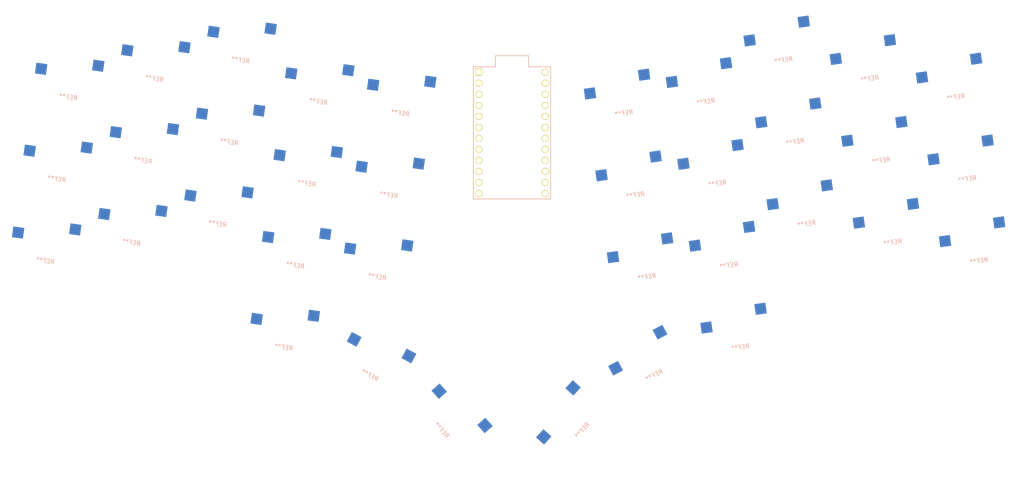
<source format=kicad_pcb>
(kicad_pcb (version 20171130) (host pcbnew 5.1.6-c6e7f7d~86~ubuntu19.10.1)

  (general
    (thickness 1.6)
    (drawings 0)
    (tracks 0)
    (zones 0)
    (modules 37)
    (nets 1)
  )

  (page USLetter)
  (layers
    (0 F.Cu signal)
    (31 B.Cu signal hide)
    (32 B.Adhes user hide)
    (33 F.Adhes user hide)
    (34 B.Paste user hide)
    (35 F.Paste user hide)
    (36 B.SilkS user hide)
    (37 F.SilkS user hide)
    (38 B.Mask user hide)
    (39 F.Mask user hide)
    (40 Dwgs.User user)
    (41 Cmts.User user hide)
    (42 Eco1.User user hide)
    (43 Eco2.User user hide)
    (44 Edge.Cuts user hide)
    (45 Margin user hide)
    (46 B.CrtYd user hide)
    (47 F.CrtYd user hide)
    (48 B.Fab user hide)
    (49 F.Fab user hide)
  )

  (setup
    (last_trace_width 0.25)
    (trace_clearance 0.2)
    (zone_clearance 0.508)
    (zone_45_only no)
    (trace_min 0.2)
    (via_size 0.8)
    (via_drill 0.4)
    (via_min_size 0.4)
    (via_min_drill 0.3)
    (uvia_size 0.3)
    (uvia_drill 0.1)
    (uvias_allowed no)
    (uvia_min_size 0.2)
    (uvia_min_drill 0.1)
    (edge_width 0.05)
    (segment_width 0.2)
    (pcb_text_width 0.3)
    (pcb_text_size 1.5 1.5)
    (mod_edge_width 0.12)
    (mod_text_size 1 1)
    (mod_text_width 0.15)
    (pad_size 1.524 1.524)
    (pad_drill 0.762)
    (pad_to_mask_clearance 0.05)
    (aux_axis_origin 0 0)
    (visible_elements FFFFFF7F)
    (pcbplotparams
      (layerselection 0x010fc_ffffffff)
      (usegerberextensions false)
      (usegerberattributes true)
      (usegerberadvancedattributes true)
      (creategerberjobfile true)
      (excludeedgelayer true)
      (linewidth 0.100000)
      (plotframeref false)
      (viasonmask false)
      (mode 1)
      (useauxorigin false)
      (hpglpennumber 1)
      (hpglpenspeed 20)
      (hpglpendiameter 15.000000)
      (psnegative false)
      (psa4output false)
      (plotreference true)
      (plotvalue true)
      (plotinvisibletext false)
      (padsonsilk false)
      (subtractmaskfromsilk false)
      (outputformat 1)
      (mirror false)
      (drillshape 1)
      (scaleselection 1)
      (outputdirectory ""))
  )

  (net 0 "")

  (net_class Default "This is the default net class."
    (clearance 0.2)
    (trace_width 0.25)
    (via_dia 0.8)
    (via_drill 0.4)
    (uvia_dia 0.3)
    (uvia_drill 0.1)
  )

  (module MX_Only:MXOnly-1U-Hotswap (layer F.Cu) (tedit 5BFF7B40) (tstamp 5F042DDA)
    (at 191.832032 133.370833 8)
    (attr smd)
    (fp_text reference REF** (at 0 3.048 8) (layer B.CrtYd)
      (effects (font (size 1 1) (thickness 0.15)) (justify mirror))
    )
    (fp_text value 1U (at 0 -7.9375 8) (layer Dwgs.User)
      (effects (font (size 1 1) (thickness 0.15)))
    )
    (fp_line (start -5.842 -1.27) (end -5.842 -3.81) (layer B.CrtYd) (width 0.15))
    (fp_line (start -8.382 -1.27) (end -5.842 -1.27) (layer B.CrtYd) (width 0.15))
    (fp_line (start -8.382 -3.81) (end -8.382 -1.27) (layer B.CrtYd) (width 0.15))
    (fp_line (start -5.842 -3.81) (end -8.382 -3.81) (layer B.CrtYd) (width 0.15))
    (fp_line (start 4.572 -3.81) (end 4.572 -6.35) (layer B.CrtYd) (width 0.15))
    (fp_line (start 7.112 -3.81) (end 4.572 -3.81) (layer B.CrtYd) (width 0.15))
    (fp_line (start 7.112 -6.35) (end 7.112 -3.81) (layer B.CrtYd) (width 0.15))
    (fp_line (start 4.572 -6.35) (end 7.112 -6.35) (layer B.CrtYd) (width 0.15))
    (fp_circle (center -3.81 -2.54) (end -3.81 -4.064) (layer B.CrtYd) (width 0.15))
    (fp_circle (center 2.54 -5.08) (end 2.54 -6.604) (layer B.CrtYd) (width 0.15))
    (fp_line (start -9.525 9.525) (end -9.525 -9.525) (layer Dwgs.User) (width 0.15))
    (fp_line (start 9.525 9.525) (end -9.525 9.525) (layer Dwgs.User) (width 0.15))
    (fp_line (start 9.525 -9.525) (end 9.525 9.525) (layer Dwgs.User) (width 0.15))
    (fp_line (start -9.525 -9.525) (end 9.525 -9.525) (layer Dwgs.User) (width 0.15))
    (fp_line (start -7 -7) (end -7 -5) (layer Dwgs.User) (width 0.15))
    (fp_line (start -5 -7) (end -7 -7) (layer Dwgs.User) (width 0.15))
    (fp_line (start -7 7) (end -5 7) (layer Dwgs.User) (width 0.15))
    (fp_line (start -7 5) (end -7 7) (layer Dwgs.User) (width 0.15))
    (fp_line (start 7 7) (end 7 5) (layer Dwgs.User) (width 0.15))
    (fp_line (start 5 7) (end 7 7) (layer Dwgs.User) (width 0.15))
    (fp_line (start 7 -7) (end 7 -5) (layer Dwgs.User) (width 0.15))
    (fp_line (start 5 -7) (end 7 -7) (layer Dwgs.User) (width 0.15))
    (fp_text user %R (at 0 3.048 8) (layer B.SilkS)
      (effects (font (size 1 1) (thickness 0.15)) (justify mirror))
    )
    (pad "" np_thru_hole circle (at 2.54 -5.08 8) (size 3 3) (drill 3) (layers *.Cu *.Mask))
    (pad "" np_thru_hole circle (at 0 0 8) (size 3.9878 3.9878) (drill 3.9878) (layers *.Cu *.Mask))
    (pad "" np_thru_hole circle (at -3.81 -2.54 8) (size 3 3) (drill 3) (layers *.Cu *.Mask))
    (pad "" np_thru_hole circle (at -5.08 0 56.0996) (size 1.75 1.75) (drill 1.75) (layers *.Cu *.Mask))
    (pad "" np_thru_hole circle (at 5.08 0 56.0996) (size 1.75 1.75) (drill 1.75) (layers *.Cu *.Mask))
    (pad 1 smd rect (at -7.085 -2.54 8) (size 2.55 2.5) (layers B.Cu B.Paste B.Mask))
    (pad 2 smd rect (at 5.842 -5.08 8) (size 2.55 2.5) (layers B.Cu B.Paste B.Mask))
  )

  (module MX_Only:MXOnly-1U-Hotswap (layer F.Cu) (tedit 5BFF7B40) (tstamp 5F0440A5)
    (at 170.982394 140.148501 28)
    (attr smd)
    (fp_text reference REF** (at 0 3.048 28) (layer B.CrtYd)
      (effects (font (size 1 1) (thickness 0.15)) (justify mirror))
    )
    (fp_text value 1U (at 0 -7.9375 28) (layer Dwgs.User)
      (effects (font (size 1 1) (thickness 0.15)))
    )
    (fp_line (start -5.842 -1.27) (end -5.842 -3.81) (layer B.CrtYd) (width 0.15))
    (fp_line (start -8.382 -1.27) (end -5.842 -1.27) (layer B.CrtYd) (width 0.15))
    (fp_line (start -8.382 -3.81) (end -8.382 -1.27) (layer B.CrtYd) (width 0.15))
    (fp_line (start -5.842 -3.81) (end -8.382 -3.81) (layer B.CrtYd) (width 0.15))
    (fp_line (start 4.572 -3.81) (end 4.572 -6.35) (layer B.CrtYd) (width 0.15))
    (fp_line (start 7.112 -3.81) (end 4.572 -3.81) (layer B.CrtYd) (width 0.15))
    (fp_line (start 7.112 -6.35) (end 7.112 -3.81) (layer B.CrtYd) (width 0.15))
    (fp_line (start 4.572 -6.35) (end 7.112 -6.35) (layer B.CrtYd) (width 0.15))
    (fp_circle (center -3.81 -2.54) (end -3.81 -4.064) (layer B.CrtYd) (width 0.15))
    (fp_circle (center 2.54 -5.08) (end 2.54 -6.604) (layer B.CrtYd) (width 0.15))
    (fp_line (start -9.525 9.525) (end -9.525 -9.525) (layer Dwgs.User) (width 0.15))
    (fp_line (start 9.525 9.525) (end -9.525 9.525) (layer Dwgs.User) (width 0.15))
    (fp_line (start 9.525 -9.525) (end 9.525 9.525) (layer Dwgs.User) (width 0.15))
    (fp_line (start -9.525 -9.525) (end 9.525 -9.525) (layer Dwgs.User) (width 0.15))
    (fp_line (start -7 -7) (end -7 -5) (layer Dwgs.User) (width 0.15))
    (fp_line (start -5 -7) (end -7 -7) (layer Dwgs.User) (width 0.15))
    (fp_line (start -7 7) (end -5 7) (layer Dwgs.User) (width 0.15))
    (fp_line (start -7 5) (end -7 7) (layer Dwgs.User) (width 0.15))
    (fp_line (start 7 7) (end 7 5) (layer Dwgs.User) (width 0.15))
    (fp_line (start 5 7) (end 7 7) (layer Dwgs.User) (width 0.15))
    (fp_line (start 7 -7) (end 7 -5) (layer Dwgs.User) (width 0.15))
    (fp_line (start 5 -7) (end 7 -7) (layer Dwgs.User) (width 0.15))
    (fp_text user %R (at 0 3.048 28) (layer B.SilkS)
      (effects (font (size 1 1) (thickness 0.15)) (justify mirror))
    )
    (pad "" np_thru_hole circle (at 2.54 -5.08 28) (size 3 3) (drill 3) (layers *.Cu *.Mask))
    (pad "" np_thru_hole circle (at 0 0 28) (size 3.9878 3.9878) (drill 3.9878) (layers *.Cu *.Mask))
    (pad "" np_thru_hole circle (at -3.81 -2.54 28) (size 3 3) (drill 3) (layers *.Cu *.Mask))
    (pad "" np_thru_hole circle (at -5.08 0 76.0996) (size 1.75 1.75) (drill 1.75) (layers *.Cu *.Mask))
    (pad "" np_thru_hole circle (at 5.08 0 76.0996) (size 1.75 1.75) (drill 1.75) (layers *.Cu *.Mask))
    (pad 1 smd rect (at -7.085 -2.54 28) (size 2.55 2.5) (layers B.Cu B.Paste B.Mask))
    (pad 2 smd rect (at 5.842 -5.08 28) (size 2.55 2.5) (layers B.Cu B.Paste B.Mask))
  )

  (module MX_Only:MXOnly-1U-Hotswap (layer F.Cu) (tedit 5BFF7B40) (tstamp 5F042D56)
    (at 153.62016 153.489693 48)
    (attr smd)
    (fp_text reference REF** (at 0 3.048 48) (layer B.CrtYd)
      (effects (font (size 1 1) (thickness 0.15)) (justify mirror))
    )
    (fp_text value 1U (at 0 -7.9375 48) (layer Dwgs.User)
      (effects (font (size 1 1) (thickness 0.15)))
    )
    (fp_line (start -5.842 -1.27) (end -5.842 -3.81) (layer B.CrtYd) (width 0.15))
    (fp_line (start -8.382 -1.27) (end -5.842 -1.27) (layer B.CrtYd) (width 0.15))
    (fp_line (start -8.382 -3.81) (end -8.382 -1.27) (layer B.CrtYd) (width 0.15))
    (fp_line (start -5.842 -3.81) (end -8.382 -3.81) (layer B.CrtYd) (width 0.15))
    (fp_line (start 4.572 -3.81) (end 4.572 -6.35) (layer B.CrtYd) (width 0.15))
    (fp_line (start 7.112 -3.81) (end 4.572 -3.81) (layer B.CrtYd) (width 0.15))
    (fp_line (start 7.112 -6.35) (end 7.112 -3.81) (layer B.CrtYd) (width 0.15))
    (fp_line (start 4.572 -6.35) (end 7.112 -6.35) (layer B.CrtYd) (width 0.15))
    (fp_circle (center -3.81 -2.54) (end -3.81 -4.064) (layer B.CrtYd) (width 0.15))
    (fp_circle (center 2.54 -5.08) (end 2.54 -6.604) (layer B.CrtYd) (width 0.15))
    (fp_line (start -9.525 9.525) (end -9.525 -9.525) (layer Dwgs.User) (width 0.15))
    (fp_line (start 9.525 9.525) (end -9.525 9.525) (layer Dwgs.User) (width 0.15))
    (fp_line (start 9.525 -9.525) (end 9.525 9.525) (layer Dwgs.User) (width 0.15))
    (fp_line (start -9.525 -9.525) (end 9.525 -9.525) (layer Dwgs.User) (width 0.15))
    (fp_line (start -7 -7) (end -7 -5) (layer Dwgs.User) (width 0.15))
    (fp_line (start -5 -7) (end -7 -7) (layer Dwgs.User) (width 0.15))
    (fp_line (start -7 7) (end -5 7) (layer Dwgs.User) (width 0.15))
    (fp_line (start -7 5) (end -7 7) (layer Dwgs.User) (width 0.15))
    (fp_line (start 7 7) (end 7 5) (layer Dwgs.User) (width 0.15))
    (fp_line (start 5 7) (end 7 7) (layer Dwgs.User) (width 0.15))
    (fp_line (start 7 -7) (end 7 -5) (layer Dwgs.User) (width 0.15))
    (fp_line (start 5 -7) (end 7 -7) (layer Dwgs.User) (width 0.15))
    (fp_text user %R (at 0 3.048 48) (layer B.SilkS)
      (effects (font (size 1 1) (thickness 0.15)) (justify mirror))
    )
    (pad "" np_thru_hole circle (at 2.54 -5.08 48) (size 3 3) (drill 3) (layers *.Cu *.Mask))
    (pad "" np_thru_hole circle (at 0 0 48) (size 3.9878 3.9878) (drill 3.9878) (layers *.Cu *.Mask))
    (pad "" np_thru_hole circle (at -3.81 -2.54 48) (size 3 3) (drill 3) (layers *.Cu *.Mask))
    (pad "" np_thru_hole circle (at -5.08 0 96.0996) (size 1.75 1.75) (drill 1.75) (layers *.Cu *.Mask))
    (pad "" np_thru_hole circle (at 5.08 0 96.0996) (size 1.75 1.75) (drill 1.75) (layers *.Cu *.Mask))
    (pad 1 smd rect (at -7.085 -2.54 48) (size 2.55 2.5) (layers B.Cu B.Paste B.Mask))
    (pad 2 smd rect (at 5.842 -5.08 48) (size 2.55 2.5) (layers B.Cu B.Paste B.Mask))
  )

  (module MX_Only:MXOnly-1U-Hotswap (layer F.Cu) (tedit 5BFF7B40) (tstamp 5F042D14)
    (at 125.77984 153.489693 312)
    (attr smd)
    (fp_text reference REF** (at 0 3.048 132) (layer B.CrtYd)
      (effects (font (size 1 1) (thickness 0.15)) (justify mirror))
    )
    (fp_text value 1U (at 0 -7.9375 132) (layer Dwgs.User)
      (effects (font (size 1 1) (thickness 0.15)))
    )
    (fp_line (start -5.842 -1.27) (end -5.842 -3.81) (layer B.CrtYd) (width 0.15))
    (fp_line (start -8.382 -1.27) (end -5.842 -1.27) (layer B.CrtYd) (width 0.15))
    (fp_line (start -8.382 -3.81) (end -8.382 -1.27) (layer B.CrtYd) (width 0.15))
    (fp_line (start -5.842 -3.81) (end -8.382 -3.81) (layer B.CrtYd) (width 0.15))
    (fp_line (start 4.572 -3.81) (end 4.572 -6.35) (layer B.CrtYd) (width 0.15))
    (fp_line (start 7.112 -3.81) (end 4.572 -3.81) (layer B.CrtYd) (width 0.15))
    (fp_line (start 7.112 -6.35) (end 7.112 -3.81) (layer B.CrtYd) (width 0.15))
    (fp_line (start 4.572 -6.35) (end 7.112 -6.35) (layer B.CrtYd) (width 0.15))
    (fp_circle (center -3.81 -2.54) (end -3.81 -4.064) (layer B.CrtYd) (width 0.15))
    (fp_circle (center 2.54 -5.08) (end 2.54 -6.604) (layer B.CrtYd) (width 0.15))
    (fp_line (start -9.525 9.525) (end -9.525 -9.525) (layer Dwgs.User) (width 0.15))
    (fp_line (start 9.525 9.525) (end -9.525 9.525) (layer Dwgs.User) (width 0.15))
    (fp_line (start 9.525 -9.525) (end 9.525 9.525) (layer Dwgs.User) (width 0.15))
    (fp_line (start -9.525 -9.525) (end 9.525 -9.525) (layer Dwgs.User) (width 0.15))
    (fp_line (start -7 -7) (end -7 -5) (layer Dwgs.User) (width 0.15))
    (fp_line (start -5 -7) (end -7 -7) (layer Dwgs.User) (width 0.15))
    (fp_line (start -7 7) (end -5 7) (layer Dwgs.User) (width 0.15))
    (fp_line (start -7 5) (end -7 7) (layer Dwgs.User) (width 0.15))
    (fp_line (start 7 7) (end 7 5) (layer Dwgs.User) (width 0.15))
    (fp_line (start 5 7) (end 7 7) (layer Dwgs.User) (width 0.15))
    (fp_line (start 7 -7) (end 7 -5) (layer Dwgs.User) (width 0.15))
    (fp_line (start 5 -7) (end 7 -7) (layer Dwgs.User) (width 0.15))
    (fp_text user %R (at 0 3.048 132) (layer B.SilkS)
      (effects (font (size 1 1) (thickness 0.15)) (justify mirror))
    )
    (pad "" np_thru_hole circle (at 2.54 -5.08 312) (size 3 3) (drill 3) (layers *.Cu *.Mask))
    (pad "" np_thru_hole circle (at 0 0 312) (size 3.9878 3.9878) (drill 3.9878) (layers *.Cu *.Mask))
    (pad "" np_thru_hole circle (at -3.81 -2.54 312) (size 3 3) (drill 3) (layers *.Cu *.Mask))
    (pad "" np_thru_hole circle (at -5.08 0 0.0996) (size 1.75 1.75) (drill 1.75) (layers *.Cu *.Mask))
    (pad "" np_thru_hole circle (at 5.08 0 0.0996) (size 1.75 1.75) (drill 1.75) (layers *.Cu *.Mask))
    (pad 1 smd rect (at -7.085 -2.54 312) (size 2.55 2.5) (layers B.Cu B.Paste B.Mask))
    (pad 2 smd rect (at 5.842 -5.08 312) (size 2.55 2.5) (layers B.Cu B.Paste B.Mask))
  )

  (module MX_Only:MXOnly-1U-Hotswap (layer F.Cu) (tedit 5BFF7B40) (tstamp 5F042CD2)
    (at 108.417606 140.148501 332)
    (attr smd)
    (fp_text reference REF** (at 0 3.048 152) (layer B.CrtYd)
      (effects (font (size 1 1) (thickness 0.15)) (justify mirror))
    )
    (fp_text value 1U (at 0 -7.9375 152) (layer Dwgs.User)
      (effects (font (size 1 1) (thickness 0.15)))
    )
    (fp_line (start -5.842 -1.27) (end -5.842 -3.81) (layer B.CrtYd) (width 0.15))
    (fp_line (start -8.382 -1.27) (end -5.842 -1.27) (layer B.CrtYd) (width 0.15))
    (fp_line (start -8.382 -3.81) (end -8.382 -1.27) (layer B.CrtYd) (width 0.15))
    (fp_line (start -5.842 -3.81) (end -8.382 -3.81) (layer B.CrtYd) (width 0.15))
    (fp_line (start 4.572 -3.81) (end 4.572 -6.35) (layer B.CrtYd) (width 0.15))
    (fp_line (start 7.112 -3.81) (end 4.572 -3.81) (layer B.CrtYd) (width 0.15))
    (fp_line (start 7.112 -6.35) (end 7.112 -3.81) (layer B.CrtYd) (width 0.15))
    (fp_line (start 4.572 -6.35) (end 7.112 -6.35) (layer B.CrtYd) (width 0.15))
    (fp_circle (center -3.81 -2.54) (end -3.81 -4.064) (layer B.CrtYd) (width 0.15))
    (fp_circle (center 2.54 -5.08) (end 2.54 -6.604) (layer B.CrtYd) (width 0.15))
    (fp_line (start -9.525 9.525) (end -9.525 -9.525) (layer Dwgs.User) (width 0.15))
    (fp_line (start 9.525 9.525) (end -9.525 9.525) (layer Dwgs.User) (width 0.15))
    (fp_line (start 9.525 -9.525) (end 9.525 9.525) (layer Dwgs.User) (width 0.15))
    (fp_line (start -9.525 -9.525) (end 9.525 -9.525) (layer Dwgs.User) (width 0.15))
    (fp_line (start -7 -7) (end -7 -5) (layer Dwgs.User) (width 0.15))
    (fp_line (start -5 -7) (end -7 -7) (layer Dwgs.User) (width 0.15))
    (fp_line (start -7 7) (end -5 7) (layer Dwgs.User) (width 0.15))
    (fp_line (start -7 5) (end -7 7) (layer Dwgs.User) (width 0.15))
    (fp_line (start 7 7) (end 7 5) (layer Dwgs.User) (width 0.15))
    (fp_line (start 5 7) (end 7 7) (layer Dwgs.User) (width 0.15))
    (fp_line (start 7 -7) (end 7 -5) (layer Dwgs.User) (width 0.15))
    (fp_line (start 5 -7) (end 7 -7) (layer Dwgs.User) (width 0.15))
    (fp_text user %R (at 0 3.048 152) (layer B.SilkS)
      (effects (font (size 1 1) (thickness 0.15)) (justify mirror))
    )
    (pad "" np_thru_hole circle (at 2.54 -5.08 332) (size 3 3) (drill 3) (layers *.Cu *.Mask))
    (pad "" np_thru_hole circle (at 0 0 332) (size 3.9878 3.9878) (drill 3.9878) (layers *.Cu *.Mask))
    (pad "" np_thru_hole circle (at -3.81 -2.54 332) (size 3 3) (drill 3) (layers *.Cu *.Mask))
    (pad "" np_thru_hole circle (at -5.08 0 20.0996) (size 1.75 1.75) (drill 1.75) (layers *.Cu *.Mask))
    (pad "" np_thru_hole circle (at 5.08 0 20.0996) (size 1.75 1.75) (drill 1.75) (layers *.Cu *.Mask))
    (pad 1 smd rect (at -7.085 -2.54 332) (size 2.55 2.5) (layers B.Cu B.Paste B.Mask))
    (pad 2 smd rect (at 5.842 -5.08 332) (size 2.55 2.5) (layers B.Cu B.Paste B.Mask))
  )

  (module MX_Only:MXOnly-1U-Hotswap (layer F.Cu) (tedit 5BFF7B40) (tstamp 5F042C90)
    (at 87.567968 133.370833 352)
    (attr smd)
    (fp_text reference REF** (at 0 3.048 172) (layer B.CrtYd)
      (effects (font (size 1 1) (thickness 0.15)) (justify mirror))
    )
    (fp_text value 1U (at 0 -7.9375 172) (layer Dwgs.User)
      (effects (font (size 1 1) (thickness 0.15)))
    )
    (fp_line (start -5.842 -1.27) (end -5.842 -3.81) (layer B.CrtYd) (width 0.15))
    (fp_line (start -8.382 -1.27) (end -5.842 -1.27) (layer B.CrtYd) (width 0.15))
    (fp_line (start -8.382 -3.81) (end -8.382 -1.27) (layer B.CrtYd) (width 0.15))
    (fp_line (start -5.842 -3.81) (end -8.382 -3.81) (layer B.CrtYd) (width 0.15))
    (fp_line (start 4.572 -3.81) (end 4.572 -6.35) (layer B.CrtYd) (width 0.15))
    (fp_line (start 7.112 -3.81) (end 4.572 -3.81) (layer B.CrtYd) (width 0.15))
    (fp_line (start 7.112 -6.35) (end 7.112 -3.81) (layer B.CrtYd) (width 0.15))
    (fp_line (start 4.572 -6.35) (end 7.112 -6.35) (layer B.CrtYd) (width 0.15))
    (fp_circle (center -3.81 -2.54) (end -3.81 -4.064) (layer B.CrtYd) (width 0.15))
    (fp_circle (center 2.54 -5.08) (end 2.54 -6.604) (layer B.CrtYd) (width 0.15))
    (fp_line (start -9.525 9.525) (end -9.525 -9.525) (layer Dwgs.User) (width 0.15))
    (fp_line (start 9.525 9.525) (end -9.525 9.525) (layer Dwgs.User) (width 0.15))
    (fp_line (start 9.525 -9.525) (end 9.525 9.525) (layer Dwgs.User) (width 0.15))
    (fp_line (start -9.525 -9.525) (end 9.525 -9.525) (layer Dwgs.User) (width 0.15))
    (fp_line (start -7 -7) (end -7 -5) (layer Dwgs.User) (width 0.15))
    (fp_line (start -5 -7) (end -7 -7) (layer Dwgs.User) (width 0.15))
    (fp_line (start -7 7) (end -5 7) (layer Dwgs.User) (width 0.15))
    (fp_line (start -7 5) (end -7 7) (layer Dwgs.User) (width 0.15))
    (fp_line (start 7 7) (end 7 5) (layer Dwgs.User) (width 0.15))
    (fp_line (start 5 7) (end 7 7) (layer Dwgs.User) (width 0.15))
    (fp_line (start 7 -7) (end 7 -5) (layer Dwgs.User) (width 0.15))
    (fp_line (start 5 -7) (end 7 -7) (layer Dwgs.User) (width 0.15))
    (fp_text user %R (at 0 3.048 172) (layer B.SilkS)
      (effects (font (size 1 1) (thickness 0.15)) (justify mirror))
    )
    (pad "" np_thru_hole circle (at 2.54 -5.08 352) (size 3 3) (drill 3) (layers *.Cu *.Mask))
    (pad "" np_thru_hole circle (at 0 0 352) (size 3.9878 3.9878) (drill 3.9878) (layers *.Cu *.Mask))
    (pad "" np_thru_hole circle (at -3.81 -2.54 352) (size 3 3) (drill 3) (layers *.Cu *.Mask))
    (pad "" np_thru_hole circle (at -5.08 0 40.0996) (size 1.75 1.75) (drill 1.75) (layers *.Cu *.Mask))
    (pad "" np_thru_hole circle (at 5.08 0 40.0996) (size 1.75 1.75) (drill 1.75) (layers *.Cu *.Mask))
    (pad 1 smd rect (at -7.085 -2.54 352) (size 2.55 2.5) (layers B.Cu B.Paste B.Mask))
    (pad 2 smd rect (at 5.842 -5.08 352) (size 2.55 2.5) (layers B.Cu B.Paste B.Mask))
  )

  (module MX_Only:MXOnly-1U-Hotswap (layer F.Cu) (tedit 5BFF7B40) (tstamp 5F042BCA)
    (at 246.746728 113.469506 8)
    (attr smd)
    (fp_text reference REF** (at 0 3.048 8) (layer B.CrtYd)
      (effects (font (size 1 1) (thickness 0.15)) (justify mirror))
    )
    (fp_text value 1U (at 0 -7.9375 8) (layer Dwgs.User)
      (effects (font (size 1 1) (thickness 0.15)))
    )
    (fp_line (start -5.842 -1.27) (end -5.842 -3.81) (layer B.CrtYd) (width 0.15))
    (fp_line (start -8.382 -1.27) (end -5.842 -1.27) (layer B.CrtYd) (width 0.15))
    (fp_line (start -8.382 -3.81) (end -8.382 -1.27) (layer B.CrtYd) (width 0.15))
    (fp_line (start -5.842 -3.81) (end -8.382 -3.81) (layer B.CrtYd) (width 0.15))
    (fp_line (start 4.572 -3.81) (end 4.572 -6.35) (layer B.CrtYd) (width 0.15))
    (fp_line (start 7.112 -3.81) (end 4.572 -3.81) (layer B.CrtYd) (width 0.15))
    (fp_line (start 7.112 -6.35) (end 7.112 -3.81) (layer B.CrtYd) (width 0.15))
    (fp_line (start 4.572 -6.35) (end 7.112 -6.35) (layer B.CrtYd) (width 0.15))
    (fp_circle (center -3.81 -2.54) (end -3.81 -4.064) (layer B.CrtYd) (width 0.15))
    (fp_circle (center 2.54 -5.08) (end 2.54 -6.604) (layer B.CrtYd) (width 0.15))
    (fp_line (start -9.525 9.525) (end -9.525 -9.525) (layer Dwgs.User) (width 0.15))
    (fp_line (start 9.525 9.525) (end -9.525 9.525) (layer Dwgs.User) (width 0.15))
    (fp_line (start 9.525 -9.525) (end 9.525 9.525) (layer Dwgs.User) (width 0.15))
    (fp_line (start -9.525 -9.525) (end 9.525 -9.525) (layer Dwgs.User) (width 0.15))
    (fp_line (start -7 -7) (end -7 -5) (layer Dwgs.User) (width 0.15))
    (fp_line (start -5 -7) (end -7 -7) (layer Dwgs.User) (width 0.15))
    (fp_line (start -7 7) (end -5 7) (layer Dwgs.User) (width 0.15))
    (fp_line (start -7 5) (end -7 7) (layer Dwgs.User) (width 0.15))
    (fp_line (start 7 7) (end 7 5) (layer Dwgs.User) (width 0.15))
    (fp_line (start 5 7) (end 7 7) (layer Dwgs.User) (width 0.15))
    (fp_line (start 7 -7) (end 7 -5) (layer Dwgs.User) (width 0.15))
    (fp_line (start 5 -7) (end 7 -7) (layer Dwgs.User) (width 0.15))
    (fp_text user %R (at 0 3.048 8) (layer B.SilkS)
      (effects (font (size 1 1) (thickness 0.15)) (justify mirror))
    )
    (pad "" np_thru_hole circle (at 2.54 -5.08 8) (size 3 3) (drill 3) (layers *.Cu *.Mask))
    (pad "" np_thru_hole circle (at 0 0 8) (size 3.9878 3.9878) (drill 3.9878) (layers *.Cu *.Mask))
    (pad "" np_thru_hole circle (at -3.81 -2.54 8) (size 3 3) (drill 3) (layers *.Cu *.Mask))
    (pad "" np_thru_hole circle (at -5.08 0 56.0996) (size 1.75 1.75) (drill 1.75) (layers *.Cu *.Mask))
    (pad "" np_thru_hole circle (at 5.08 0 56.0996) (size 1.75 1.75) (drill 1.75) (layers *.Cu *.Mask))
    (pad 1 smd rect (at -7.085 -2.54 8) (size 2.55 2.5) (layers B.Cu B.Paste B.Mask))
    (pad 2 smd rect (at 5.842 -5.08 8) (size 2.55 2.5) (layers B.Cu B.Paste B.Mask))
  )

  (module MX_Only:MXOnly-1U-Hotswap (layer F.Cu) (tedit 5BFF7B40) (tstamp 5F042B88)
    (at 226.909997 109.203731 8)
    (attr smd)
    (fp_text reference REF** (at 0 3.048 8) (layer B.CrtYd)
      (effects (font (size 1 1) (thickness 0.15)) (justify mirror))
    )
    (fp_text value 1U (at 0 -7.9375 8) (layer Dwgs.User)
      (effects (font (size 1 1) (thickness 0.15)))
    )
    (fp_line (start -5.842 -1.27) (end -5.842 -3.81) (layer B.CrtYd) (width 0.15))
    (fp_line (start -8.382 -1.27) (end -5.842 -1.27) (layer B.CrtYd) (width 0.15))
    (fp_line (start -8.382 -3.81) (end -8.382 -1.27) (layer B.CrtYd) (width 0.15))
    (fp_line (start -5.842 -3.81) (end -8.382 -3.81) (layer B.CrtYd) (width 0.15))
    (fp_line (start 4.572 -3.81) (end 4.572 -6.35) (layer B.CrtYd) (width 0.15))
    (fp_line (start 7.112 -3.81) (end 4.572 -3.81) (layer B.CrtYd) (width 0.15))
    (fp_line (start 7.112 -6.35) (end 7.112 -3.81) (layer B.CrtYd) (width 0.15))
    (fp_line (start 4.572 -6.35) (end 7.112 -6.35) (layer B.CrtYd) (width 0.15))
    (fp_circle (center -3.81 -2.54) (end -3.81 -4.064) (layer B.CrtYd) (width 0.15))
    (fp_circle (center 2.54 -5.08) (end 2.54 -6.604) (layer B.CrtYd) (width 0.15))
    (fp_line (start -9.525 9.525) (end -9.525 -9.525) (layer Dwgs.User) (width 0.15))
    (fp_line (start 9.525 9.525) (end -9.525 9.525) (layer Dwgs.User) (width 0.15))
    (fp_line (start 9.525 -9.525) (end 9.525 9.525) (layer Dwgs.User) (width 0.15))
    (fp_line (start -9.525 -9.525) (end 9.525 -9.525) (layer Dwgs.User) (width 0.15))
    (fp_line (start -7 -7) (end -7 -5) (layer Dwgs.User) (width 0.15))
    (fp_line (start -5 -7) (end -7 -7) (layer Dwgs.User) (width 0.15))
    (fp_line (start -7 7) (end -5 7) (layer Dwgs.User) (width 0.15))
    (fp_line (start -7 5) (end -7 7) (layer Dwgs.User) (width 0.15))
    (fp_line (start 7 7) (end 7 5) (layer Dwgs.User) (width 0.15))
    (fp_line (start 5 7) (end 7 7) (layer Dwgs.User) (width 0.15))
    (fp_line (start 7 -7) (end 7 -5) (layer Dwgs.User) (width 0.15))
    (fp_line (start 5 -7) (end 7 -7) (layer Dwgs.User) (width 0.15))
    (fp_text user %R (at 0 3.048 8) (layer B.SilkS)
      (effects (font (size 1 1) (thickness 0.15)) (justify mirror))
    )
    (pad "" np_thru_hole circle (at 2.54 -5.08 8) (size 3 3) (drill 3) (layers *.Cu *.Mask))
    (pad "" np_thru_hole circle (at 0 0 8) (size 3.9878 3.9878) (drill 3.9878) (layers *.Cu *.Mask))
    (pad "" np_thru_hole circle (at -3.81 -2.54 8) (size 3 3) (drill 3) (layers *.Cu *.Mask))
    (pad "" np_thru_hole circle (at -5.08 0 56.0996) (size 1.75 1.75) (drill 1.75) (layers *.Cu *.Mask))
    (pad "" np_thru_hole circle (at 5.08 0 56.0996) (size 1.75 1.75) (drill 1.75) (layers *.Cu *.Mask))
    (pad 1 smd rect (at -7.085 -2.54 8) (size 2.55 2.5) (layers B.Cu B.Paste B.Mask))
    (pad 2 smd rect (at 5.842 -5.08 8) (size 2.55 2.5) (layers B.Cu B.Paste B.Mask))
  )

  (module MX_Only:MXOnly-1U-Hotswap (layer F.Cu) (tedit 5BFF7B40) (tstamp 5F042B46)
    (at 207.073267 104.937956 8)
    (attr smd)
    (fp_text reference REF** (at 0 3.048 8) (layer B.CrtYd)
      (effects (font (size 1 1) (thickness 0.15)) (justify mirror))
    )
    (fp_text value 1U (at 0 -7.9375 8) (layer Dwgs.User)
      (effects (font (size 1 1) (thickness 0.15)))
    )
    (fp_line (start -5.842 -1.27) (end -5.842 -3.81) (layer B.CrtYd) (width 0.15))
    (fp_line (start -8.382 -1.27) (end -5.842 -1.27) (layer B.CrtYd) (width 0.15))
    (fp_line (start -8.382 -3.81) (end -8.382 -1.27) (layer B.CrtYd) (width 0.15))
    (fp_line (start -5.842 -3.81) (end -8.382 -3.81) (layer B.CrtYd) (width 0.15))
    (fp_line (start 4.572 -3.81) (end 4.572 -6.35) (layer B.CrtYd) (width 0.15))
    (fp_line (start 7.112 -3.81) (end 4.572 -3.81) (layer B.CrtYd) (width 0.15))
    (fp_line (start 7.112 -6.35) (end 7.112 -3.81) (layer B.CrtYd) (width 0.15))
    (fp_line (start 4.572 -6.35) (end 7.112 -6.35) (layer B.CrtYd) (width 0.15))
    (fp_circle (center -3.81 -2.54) (end -3.81 -4.064) (layer B.CrtYd) (width 0.15))
    (fp_circle (center 2.54 -5.08) (end 2.54 -6.604) (layer B.CrtYd) (width 0.15))
    (fp_line (start -9.525 9.525) (end -9.525 -9.525) (layer Dwgs.User) (width 0.15))
    (fp_line (start 9.525 9.525) (end -9.525 9.525) (layer Dwgs.User) (width 0.15))
    (fp_line (start 9.525 -9.525) (end 9.525 9.525) (layer Dwgs.User) (width 0.15))
    (fp_line (start -9.525 -9.525) (end 9.525 -9.525) (layer Dwgs.User) (width 0.15))
    (fp_line (start -7 -7) (end -7 -5) (layer Dwgs.User) (width 0.15))
    (fp_line (start -5 -7) (end -7 -7) (layer Dwgs.User) (width 0.15))
    (fp_line (start -7 7) (end -5 7) (layer Dwgs.User) (width 0.15))
    (fp_line (start -7 5) (end -7 7) (layer Dwgs.User) (width 0.15))
    (fp_line (start 7 7) (end 7 5) (layer Dwgs.User) (width 0.15))
    (fp_line (start 5 7) (end 7 7) (layer Dwgs.User) (width 0.15))
    (fp_line (start 7 -7) (end 7 -5) (layer Dwgs.User) (width 0.15))
    (fp_line (start 5 -7) (end 7 -7) (layer Dwgs.User) (width 0.15))
    (fp_text user %R (at 0 3.048 8) (layer B.SilkS)
      (effects (font (size 1 1) (thickness 0.15)) (justify mirror))
    )
    (pad "" np_thru_hole circle (at 2.54 -5.08 8) (size 3 3) (drill 3) (layers *.Cu *.Mask))
    (pad "" np_thru_hole circle (at 0 0 8) (size 3.9878 3.9878) (drill 3.9878) (layers *.Cu *.Mask))
    (pad "" np_thru_hole circle (at -3.81 -2.54 8) (size 3 3) (drill 3) (layers *.Cu *.Mask))
    (pad "" np_thru_hole circle (at -5.08 0 56.0996) (size 1.75 1.75) (drill 1.75) (layers *.Cu *.Mask))
    (pad "" np_thru_hole circle (at 5.08 0 56.0996) (size 1.75 1.75) (drill 1.75) (layers *.Cu *.Mask))
    (pad 1 smd rect (at -7.085 -2.54 8) (size 2.55 2.5) (layers B.Cu B.Paste B.Mask))
    (pad 2 smd rect (at 5.842 -5.08 8) (size 2.55 2.5) (layers B.Cu B.Paste B.Mask))
  )

  (module MX_Only:MXOnly-1U-Hotswap (layer F.Cu) (tedit 5BFF7B40) (tstamp 5F042B04)
    (at 189.180784 114.506226 8)
    (attr smd)
    (fp_text reference REF** (at 0 3.048 8) (layer B.CrtYd)
      (effects (font (size 1 1) (thickness 0.15)) (justify mirror))
    )
    (fp_text value 1U (at 0 -7.9375 8) (layer Dwgs.User)
      (effects (font (size 1 1) (thickness 0.15)))
    )
    (fp_line (start -5.842 -1.27) (end -5.842 -3.81) (layer B.CrtYd) (width 0.15))
    (fp_line (start -8.382 -1.27) (end -5.842 -1.27) (layer B.CrtYd) (width 0.15))
    (fp_line (start -8.382 -3.81) (end -8.382 -1.27) (layer B.CrtYd) (width 0.15))
    (fp_line (start -5.842 -3.81) (end -8.382 -3.81) (layer B.CrtYd) (width 0.15))
    (fp_line (start 4.572 -3.81) (end 4.572 -6.35) (layer B.CrtYd) (width 0.15))
    (fp_line (start 7.112 -3.81) (end 4.572 -3.81) (layer B.CrtYd) (width 0.15))
    (fp_line (start 7.112 -6.35) (end 7.112 -3.81) (layer B.CrtYd) (width 0.15))
    (fp_line (start 4.572 -6.35) (end 7.112 -6.35) (layer B.CrtYd) (width 0.15))
    (fp_circle (center -3.81 -2.54) (end -3.81 -4.064) (layer B.CrtYd) (width 0.15))
    (fp_circle (center 2.54 -5.08) (end 2.54 -6.604) (layer B.CrtYd) (width 0.15))
    (fp_line (start -9.525 9.525) (end -9.525 -9.525) (layer Dwgs.User) (width 0.15))
    (fp_line (start 9.525 9.525) (end -9.525 9.525) (layer Dwgs.User) (width 0.15))
    (fp_line (start 9.525 -9.525) (end 9.525 9.525) (layer Dwgs.User) (width 0.15))
    (fp_line (start -9.525 -9.525) (end 9.525 -9.525) (layer Dwgs.User) (width 0.15))
    (fp_line (start -7 -7) (end -7 -5) (layer Dwgs.User) (width 0.15))
    (fp_line (start -5 -7) (end -7 -7) (layer Dwgs.User) (width 0.15))
    (fp_line (start -7 7) (end -5 7) (layer Dwgs.User) (width 0.15))
    (fp_line (start -7 5) (end -7 7) (layer Dwgs.User) (width 0.15))
    (fp_line (start 7 7) (end 7 5) (layer Dwgs.User) (width 0.15))
    (fp_line (start 5 7) (end 7 7) (layer Dwgs.User) (width 0.15))
    (fp_line (start 7 -7) (end 7 -5) (layer Dwgs.User) (width 0.15))
    (fp_line (start 5 -7) (end 7 -7) (layer Dwgs.User) (width 0.15))
    (fp_text user %R (at 0 3.048 8) (layer B.SilkS)
      (effects (font (size 1 1) (thickness 0.15)) (justify mirror))
    )
    (pad "" np_thru_hole circle (at 2.54 -5.08 8) (size 3 3) (drill 3) (layers *.Cu *.Mask))
    (pad "" np_thru_hole circle (at 0 0 8) (size 3.9878 3.9878) (drill 3.9878) (layers *.Cu *.Mask))
    (pad "" np_thru_hole circle (at -3.81 -2.54 8) (size 3 3) (drill 3) (layers *.Cu *.Mask))
    (pad "" np_thru_hole circle (at -5.08 0 56.0996) (size 1.75 1.75) (drill 1.75) (layers *.Cu *.Mask))
    (pad "" np_thru_hole circle (at 5.08 0 56.0996) (size 1.75 1.75) (drill 1.75) (layers *.Cu *.Mask))
    (pad 1 smd rect (at -7.085 -2.54 8) (size 2.55 2.5) (layers B.Cu B.Paste B.Mask))
    (pad 2 smd rect (at 5.842 -5.08 8) (size 2.55 2.5) (layers B.Cu B.Paste B.Mask))
  )

  (module MX_Only:MXOnly-1U-Hotswap (layer F.Cu) (tedit 5BFF7B40) (tstamp 5F042AC2)
    (at 170.316177 117.157473 8)
    (attr smd)
    (fp_text reference REF** (at 0 3.048 8) (layer B.CrtYd)
      (effects (font (size 1 1) (thickness 0.15)) (justify mirror))
    )
    (fp_text value 1U (at 0 -7.9375 8) (layer Dwgs.User)
      (effects (font (size 1 1) (thickness 0.15)))
    )
    (fp_line (start -5.842 -1.27) (end -5.842 -3.81) (layer B.CrtYd) (width 0.15))
    (fp_line (start -8.382 -1.27) (end -5.842 -1.27) (layer B.CrtYd) (width 0.15))
    (fp_line (start -8.382 -3.81) (end -8.382 -1.27) (layer B.CrtYd) (width 0.15))
    (fp_line (start -5.842 -3.81) (end -8.382 -3.81) (layer B.CrtYd) (width 0.15))
    (fp_line (start 4.572 -3.81) (end 4.572 -6.35) (layer B.CrtYd) (width 0.15))
    (fp_line (start 7.112 -3.81) (end 4.572 -3.81) (layer B.CrtYd) (width 0.15))
    (fp_line (start 7.112 -6.35) (end 7.112 -3.81) (layer B.CrtYd) (width 0.15))
    (fp_line (start 4.572 -6.35) (end 7.112 -6.35) (layer B.CrtYd) (width 0.15))
    (fp_circle (center -3.81 -2.54) (end -3.81 -4.064) (layer B.CrtYd) (width 0.15))
    (fp_circle (center 2.54 -5.08) (end 2.54 -6.604) (layer B.CrtYd) (width 0.15))
    (fp_line (start -9.525 9.525) (end -9.525 -9.525) (layer Dwgs.User) (width 0.15))
    (fp_line (start 9.525 9.525) (end -9.525 9.525) (layer Dwgs.User) (width 0.15))
    (fp_line (start 9.525 -9.525) (end 9.525 9.525) (layer Dwgs.User) (width 0.15))
    (fp_line (start -9.525 -9.525) (end 9.525 -9.525) (layer Dwgs.User) (width 0.15))
    (fp_line (start -7 -7) (end -7 -5) (layer Dwgs.User) (width 0.15))
    (fp_line (start -5 -7) (end -7 -7) (layer Dwgs.User) (width 0.15))
    (fp_line (start -7 7) (end -5 7) (layer Dwgs.User) (width 0.15))
    (fp_line (start -7 5) (end -7 7) (layer Dwgs.User) (width 0.15))
    (fp_line (start 7 7) (end 7 5) (layer Dwgs.User) (width 0.15))
    (fp_line (start 5 7) (end 7 7) (layer Dwgs.User) (width 0.15))
    (fp_line (start 7 -7) (end 7 -5) (layer Dwgs.User) (width 0.15))
    (fp_line (start 5 -7) (end 7 -7) (layer Dwgs.User) (width 0.15))
    (fp_text user %R (at 0 3.048 8) (layer B.SilkS)
      (effects (font (size 1 1) (thickness 0.15)) (justify mirror))
    )
    (pad "" np_thru_hole circle (at 2.54 -5.08 8) (size 3 3) (drill 3) (layers *.Cu *.Mask))
    (pad "" np_thru_hole circle (at 0 0 8) (size 3.9878 3.9878) (drill 3.9878) (layers *.Cu *.Mask))
    (pad "" np_thru_hole circle (at -3.81 -2.54 8) (size 3 3) (drill 3) (layers *.Cu *.Mask))
    (pad "" np_thru_hole circle (at -5.08 0 56.0996) (size 1.75 1.75) (drill 1.75) (layers *.Cu *.Mask))
    (pad "" np_thru_hole circle (at 5.08 0 56.0996) (size 1.75 1.75) (drill 1.75) (layers *.Cu *.Mask))
    (pad 1 smd rect (at -7.085 -2.54 8) (size 2.55 2.5) (layers B.Cu B.Paste B.Mask))
    (pad 2 smd rect (at 5.842 -5.08 8) (size 2.55 2.5) (layers B.Cu B.Paste B.Mask))
  )

  (module MX_Only:MXOnly-1U-Hotswap (layer F.Cu) (tedit 5BFF7B40) (tstamp 5F042A80)
    (at 109.083823 117.157474 352)
    (attr smd)
    (fp_text reference REF** (at 0 3.048 172) (layer B.CrtYd)
      (effects (font (size 1 1) (thickness 0.15)) (justify mirror))
    )
    (fp_text value 1U (at 0 -7.9375 172) (layer Dwgs.User)
      (effects (font (size 1 1) (thickness 0.15)))
    )
    (fp_line (start -5.842 -1.27) (end -5.842 -3.81) (layer B.CrtYd) (width 0.15))
    (fp_line (start -8.382 -1.27) (end -5.842 -1.27) (layer B.CrtYd) (width 0.15))
    (fp_line (start -8.382 -3.81) (end -8.382 -1.27) (layer B.CrtYd) (width 0.15))
    (fp_line (start -5.842 -3.81) (end -8.382 -3.81) (layer B.CrtYd) (width 0.15))
    (fp_line (start 4.572 -3.81) (end 4.572 -6.35) (layer B.CrtYd) (width 0.15))
    (fp_line (start 7.112 -3.81) (end 4.572 -3.81) (layer B.CrtYd) (width 0.15))
    (fp_line (start 7.112 -6.35) (end 7.112 -3.81) (layer B.CrtYd) (width 0.15))
    (fp_line (start 4.572 -6.35) (end 7.112 -6.35) (layer B.CrtYd) (width 0.15))
    (fp_circle (center -3.81 -2.54) (end -3.81 -4.064) (layer B.CrtYd) (width 0.15))
    (fp_circle (center 2.54 -5.08) (end 2.54 -6.604) (layer B.CrtYd) (width 0.15))
    (fp_line (start -9.525 9.525) (end -9.525 -9.525) (layer Dwgs.User) (width 0.15))
    (fp_line (start 9.525 9.525) (end -9.525 9.525) (layer Dwgs.User) (width 0.15))
    (fp_line (start 9.525 -9.525) (end 9.525 9.525) (layer Dwgs.User) (width 0.15))
    (fp_line (start -9.525 -9.525) (end 9.525 -9.525) (layer Dwgs.User) (width 0.15))
    (fp_line (start -7 -7) (end -7 -5) (layer Dwgs.User) (width 0.15))
    (fp_line (start -5 -7) (end -7 -7) (layer Dwgs.User) (width 0.15))
    (fp_line (start -7 7) (end -5 7) (layer Dwgs.User) (width 0.15))
    (fp_line (start -7 5) (end -7 7) (layer Dwgs.User) (width 0.15))
    (fp_line (start 7 7) (end 7 5) (layer Dwgs.User) (width 0.15))
    (fp_line (start 5 7) (end 7 7) (layer Dwgs.User) (width 0.15))
    (fp_line (start 7 -7) (end 7 -5) (layer Dwgs.User) (width 0.15))
    (fp_line (start 5 -7) (end 7 -7) (layer Dwgs.User) (width 0.15))
    (fp_text user %R (at 0 3.048 172) (layer B.SilkS)
      (effects (font (size 1 1) (thickness 0.15)) (justify mirror))
    )
    (pad "" np_thru_hole circle (at 2.54 -5.08 352) (size 3 3) (drill 3) (layers *.Cu *.Mask))
    (pad "" np_thru_hole circle (at 0 0 352) (size 3.9878 3.9878) (drill 3.9878) (layers *.Cu *.Mask))
    (pad "" np_thru_hole circle (at -3.81 -2.54 352) (size 3 3) (drill 3) (layers *.Cu *.Mask))
    (pad "" np_thru_hole circle (at -5.08 0 40.0996) (size 1.75 1.75) (drill 1.75) (layers *.Cu *.Mask))
    (pad "" np_thru_hole circle (at 5.08 0 40.0996) (size 1.75 1.75) (drill 1.75) (layers *.Cu *.Mask))
    (pad 1 smd rect (at -7.085 -2.54 352) (size 2.55 2.5) (layers B.Cu B.Paste B.Mask))
    (pad 2 smd rect (at 5.842 -5.08 352) (size 2.55 2.5) (layers B.Cu B.Paste B.Mask))
  )

  (module MX_Only:MXOnly-1U-Hotswap (layer F.Cu) (tedit 5BFF7B40) (tstamp 5F042A3E)
    (at 90.219216 114.506226 352)
    (attr smd)
    (fp_text reference REF** (at 0 3.048 172) (layer B.CrtYd)
      (effects (font (size 1 1) (thickness 0.15)) (justify mirror))
    )
    (fp_text value 1U (at 0 -7.9375 172) (layer Dwgs.User)
      (effects (font (size 1 1) (thickness 0.15)))
    )
    (fp_line (start -5.842 -1.27) (end -5.842 -3.81) (layer B.CrtYd) (width 0.15))
    (fp_line (start -8.382 -1.27) (end -5.842 -1.27) (layer B.CrtYd) (width 0.15))
    (fp_line (start -8.382 -3.81) (end -8.382 -1.27) (layer B.CrtYd) (width 0.15))
    (fp_line (start -5.842 -3.81) (end -8.382 -3.81) (layer B.CrtYd) (width 0.15))
    (fp_line (start 4.572 -3.81) (end 4.572 -6.35) (layer B.CrtYd) (width 0.15))
    (fp_line (start 7.112 -3.81) (end 4.572 -3.81) (layer B.CrtYd) (width 0.15))
    (fp_line (start 7.112 -6.35) (end 7.112 -3.81) (layer B.CrtYd) (width 0.15))
    (fp_line (start 4.572 -6.35) (end 7.112 -6.35) (layer B.CrtYd) (width 0.15))
    (fp_circle (center -3.81 -2.54) (end -3.81 -4.064) (layer B.CrtYd) (width 0.15))
    (fp_circle (center 2.54 -5.08) (end 2.54 -6.604) (layer B.CrtYd) (width 0.15))
    (fp_line (start -9.525 9.525) (end -9.525 -9.525) (layer Dwgs.User) (width 0.15))
    (fp_line (start 9.525 9.525) (end -9.525 9.525) (layer Dwgs.User) (width 0.15))
    (fp_line (start 9.525 -9.525) (end 9.525 9.525) (layer Dwgs.User) (width 0.15))
    (fp_line (start -9.525 -9.525) (end 9.525 -9.525) (layer Dwgs.User) (width 0.15))
    (fp_line (start -7 -7) (end -7 -5) (layer Dwgs.User) (width 0.15))
    (fp_line (start -5 -7) (end -7 -7) (layer Dwgs.User) (width 0.15))
    (fp_line (start -7 7) (end -5 7) (layer Dwgs.User) (width 0.15))
    (fp_line (start -7 5) (end -7 7) (layer Dwgs.User) (width 0.15))
    (fp_line (start 7 7) (end 7 5) (layer Dwgs.User) (width 0.15))
    (fp_line (start 5 7) (end 7 7) (layer Dwgs.User) (width 0.15))
    (fp_line (start 7 -7) (end 7 -5) (layer Dwgs.User) (width 0.15))
    (fp_line (start 5 -7) (end 7 -7) (layer Dwgs.User) (width 0.15))
    (fp_text user %R (at 0 3.048 172) (layer B.SilkS)
      (effects (font (size 1 1) (thickness 0.15)) (justify mirror))
    )
    (pad "" np_thru_hole circle (at 2.54 -5.08 352) (size 3 3) (drill 3) (layers *.Cu *.Mask))
    (pad "" np_thru_hole circle (at 0 0 352) (size 3.9878 3.9878) (drill 3.9878) (layers *.Cu *.Mask))
    (pad "" np_thru_hole circle (at -3.81 -2.54 352) (size 3 3) (drill 3) (layers *.Cu *.Mask))
    (pad "" np_thru_hole circle (at -5.08 0 40.0996) (size 1.75 1.75) (drill 1.75) (layers *.Cu *.Mask))
    (pad "" np_thru_hole circle (at 5.08 0 40.0996) (size 1.75 1.75) (drill 1.75) (layers *.Cu *.Mask))
    (pad 1 smd rect (at -7.085 -2.54 352) (size 2.55 2.5) (layers B.Cu B.Paste B.Mask))
    (pad 2 smd rect (at 5.842 -5.08 352) (size 2.55 2.5) (layers B.Cu B.Paste B.Mask))
  )

  (module MX_Only:MXOnly-1U-Hotswap (layer F.Cu) (tedit 5BFF7B40) (tstamp 5F0429FC)
    (at 72.326733 104.937956 352)
    (attr smd)
    (fp_text reference REF** (at 0 3.048 172) (layer B.CrtYd)
      (effects (font (size 1 1) (thickness 0.15)) (justify mirror))
    )
    (fp_text value 1U (at 0 -7.9375 172) (layer Dwgs.User)
      (effects (font (size 1 1) (thickness 0.15)))
    )
    (fp_line (start -5.842 -1.27) (end -5.842 -3.81) (layer B.CrtYd) (width 0.15))
    (fp_line (start -8.382 -1.27) (end -5.842 -1.27) (layer B.CrtYd) (width 0.15))
    (fp_line (start -8.382 -3.81) (end -8.382 -1.27) (layer B.CrtYd) (width 0.15))
    (fp_line (start -5.842 -3.81) (end -8.382 -3.81) (layer B.CrtYd) (width 0.15))
    (fp_line (start 4.572 -3.81) (end 4.572 -6.35) (layer B.CrtYd) (width 0.15))
    (fp_line (start 7.112 -3.81) (end 4.572 -3.81) (layer B.CrtYd) (width 0.15))
    (fp_line (start 7.112 -6.35) (end 7.112 -3.81) (layer B.CrtYd) (width 0.15))
    (fp_line (start 4.572 -6.35) (end 7.112 -6.35) (layer B.CrtYd) (width 0.15))
    (fp_circle (center -3.81 -2.54) (end -3.81 -4.064) (layer B.CrtYd) (width 0.15))
    (fp_circle (center 2.54 -5.08) (end 2.54 -6.604) (layer B.CrtYd) (width 0.15))
    (fp_line (start -9.525 9.525) (end -9.525 -9.525) (layer Dwgs.User) (width 0.15))
    (fp_line (start 9.525 9.525) (end -9.525 9.525) (layer Dwgs.User) (width 0.15))
    (fp_line (start 9.525 -9.525) (end 9.525 9.525) (layer Dwgs.User) (width 0.15))
    (fp_line (start -9.525 -9.525) (end 9.525 -9.525) (layer Dwgs.User) (width 0.15))
    (fp_line (start -7 -7) (end -7 -5) (layer Dwgs.User) (width 0.15))
    (fp_line (start -5 -7) (end -7 -7) (layer Dwgs.User) (width 0.15))
    (fp_line (start -7 7) (end -5 7) (layer Dwgs.User) (width 0.15))
    (fp_line (start -7 5) (end -7 7) (layer Dwgs.User) (width 0.15))
    (fp_line (start 7 7) (end 7 5) (layer Dwgs.User) (width 0.15))
    (fp_line (start 5 7) (end 7 7) (layer Dwgs.User) (width 0.15))
    (fp_line (start 7 -7) (end 7 -5) (layer Dwgs.User) (width 0.15))
    (fp_line (start 5 -7) (end 7 -7) (layer Dwgs.User) (width 0.15))
    (fp_text user %R (at 0 3.048 172) (layer B.SilkS)
      (effects (font (size 1 1) (thickness 0.15)) (justify mirror))
    )
    (pad "" np_thru_hole circle (at 2.54 -5.08 352) (size 3 3) (drill 3) (layers *.Cu *.Mask))
    (pad "" np_thru_hole circle (at 0 0 352) (size 3.9878 3.9878) (drill 3.9878) (layers *.Cu *.Mask))
    (pad "" np_thru_hole circle (at -3.81 -2.54 352) (size 3 3) (drill 3) (layers *.Cu *.Mask))
    (pad "" np_thru_hole circle (at -5.08 0 40.0996) (size 1.75 1.75) (drill 1.75) (layers *.Cu *.Mask))
    (pad "" np_thru_hole circle (at 5.08 0 40.0996) (size 1.75 1.75) (drill 1.75) (layers *.Cu *.Mask))
    (pad 1 smd rect (at -7.085 -2.54 352) (size 2.55 2.5) (layers B.Cu B.Paste B.Mask))
    (pad 2 smd rect (at 5.842 -5.08 352) (size 2.55 2.5) (layers B.Cu B.Paste B.Mask))
  )

  (module MX_Only:MXOnly-1U-Hotswap (layer F.Cu) (tedit 5BFF7B40) (tstamp 5F0429BA)
    (at 52.490003 109.203731 352)
    (attr smd)
    (fp_text reference REF** (at 0 3.048 172) (layer B.CrtYd)
      (effects (font (size 1 1) (thickness 0.15)) (justify mirror))
    )
    (fp_text value 1U (at 0 -7.9375 172) (layer Dwgs.User)
      (effects (font (size 1 1) (thickness 0.15)))
    )
    (fp_line (start -5.842 -1.27) (end -5.842 -3.81) (layer B.CrtYd) (width 0.15))
    (fp_line (start -8.382 -1.27) (end -5.842 -1.27) (layer B.CrtYd) (width 0.15))
    (fp_line (start -8.382 -3.81) (end -8.382 -1.27) (layer B.CrtYd) (width 0.15))
    (fp_line (start -5.842 -3.81) (end -8.382 -3.81) (layer B.CrtYd) (width 0.15))
    (fp_line (start 4.572 -3.81) (end 4.572 -6.35) (layer B.CrtYd) (width 0.15))
    (fp_line (start 7.112 -3.81) (end 4.572 -3.81) (layer B.CrtYd) (width 0.15))
    (fp_line (start 7.112 -6.35) (end 7.112 -3.81) (layer B.CrtYd) (width 0.15))
    (fp_line (start 4.572 -6.35) (end 7.112 -6.35) (layer B.CrtYd) (width 0.15))
    (fp_circle (center -3.81 -2.54) (end -3.81 -4.064) (layer B.CrtYd) (width 0.15))
    (fp_circle (center 2.54 -5.08) (end 2.54 -6.604) (layer B.CrtYd) (width 0.15))
    (fp_line (start -9.525 9.525) (end -9.525 -9.525) (layer Dwgs.User) (width 0.15))
    (fp_line (start 9.525 9.525) (end -9.525 9.525) (layer Dwgs.User) (width 0.15))
    (fp_line (start 9.525 -9.525) (end 9.525 9.525) (layer Dwgs.User) (width 0.15))
    (fp_line (start -9.525 -9.525) (end 9.525 -9.525) (layer Dwgs.User) (width 0.15))
    (fp_line (start -7 -7) (end -7 -5) (layer Dwgs.User) (width 0.15))
    (fp_line (start -5 -7) (end -7 -7) (layer Dwgs.User) (width 0.15))
    (fp_line (start -7 7) (end -5 7) (layer Dwgs.User) (width 0.15))
    (fp_line (start -7 5) (end -7 7) (layer Dwgs.User) (width 0.15))
    (fp_line (start 7 7) (end 7 5) (layer Dwgs.User) (width 0.15))
    (fp_line (start 5 7) (end 7 7) (layer Dwgs.User) (width 0.15))
    (fp_line (start 7 -7) (end 7 -5) (layer Dwgs.User) (width 0.15))
    (fp_line (start 5 -7) (end 7 -7) (layer Dwgs.User) (width 0.15))
    (fp_text user %R (at 0 3.048 172) (layer B.SilkS)
      (effects (font (size 1 1) (thickness 0.15)) (justify mirror))
    )
    (pad "" np_thru_hole circle (at 2.54 -5.08 352) (size 3 3) (drill 3) (layers *.Cu *.Mask))
    (pad "" np_thru_hole circle (at 0 0 352) (size 3.9878 3.9878) (drill 3.9878) (layers *.Cu *.Mask))
    (pad "" np_thru_hole circle (at -3.81 -2.54 352) (size 3 3) (drill 3) (layers *.Cu *.Mask))
    (pad "" np_thru_hole circle (at -5.08 0 40.0996) (size 1.75 1.75) (drill 1.75) (layers *.Cu *.Mask))
    (pad "" np_thru_hole circle (at 5.08 0 40.0996) (size 1.75 1.75) (drill 1.75) (layers *.Cu *.Mask))
    (pad 1 smd rect (at -7.085 -2.54 352) (size 2.55 2.5) (layers B.Cu B.Paste B.Mask))
    (pad 2 smd rect (at 5.842 -5.08 352) (size 2.55 2.5) (layers B.Cu B.Paste B.Mask))
  )

  (module MX_Only:MXOnly-1U-Hotswap (layer F.Cu) (tedit 5BFF7B40) (tstamp 5F042978)
    (at 32.653272 113.469506 352)
    (attr smd)
    (fp_text reference REF** (at 0 3.048 172) (layer B.CrtYd)
      (effects (font (size 1 1) (thickness 0.15)) (justify mirror))
    )
    (fp_text value 1U (at 0 -7.9375 172) (layer Dwgs.User)
      (effects (font (size 1 1) (thickness 0.15)))
    )
    (fp_line (start -5.842 -1.27) (end -5.842 -3.81) (layer B.CrtYd) (width 0.15))
    (fp_line (start -8.382 -1.27) (end -5.842 -1.27) (layer B.CrtYd) (width 0.15))
    (fp_line (start -8.382 -3.81) (end -8.382 -1.27) (layer B.CrtYd) (width 0.15))
    (fp_line (start -5.842 -3.81) (end -8.382 -3.81) (layer B.CrtYd) (width 0.15))
    (fp_line (start 4.572 -3.81) (end 4.572 -6.35) (layer B.CrtYd) (width 0.15))
    (fp_line (start 7.112 -3.81) (end 4.572 -3.81) (layer B.CrtYd) (width 0.15))
    (fp_line (start 7.112 -6.35) (end 7.112 -3.81) (layer B.CrtYd) (width 0.15))
    (fp_line (start 4.572 -6.35) (end 7.112 -6.35) (layer B.CrtYd) (width 0.15))
    (fp_circle (center -3.81 -2.54) (end -3.81 -4.064) (layer B.CrtYd) (width 0.15))
    (fp_circle (center 2.54 -5.08) (end 2.54 -6.604) (layer B.CrtYd) (width 0.15))
    (fp_line (start -9.525 9.525) (end -9.525 -9.525) (layer Dwgs.User) (width 0.15))
    (fp_line (start 9.525 9.525) (end -9.525 9.525) (layer Dwgs.User) (width 0.15))
    (fp_line (start 9.525 -9.525) (end 9.525 9.525) (layer Dwgs.User) (width 0.15))
    (fp_line (start -9.525 -9.525) (end 9.525 -9.525) (layer Dwgs.User) (width 0.15))
    (fp_line (start -7 -7) (end -7 -5) (layer Dwgs.User) (width 0.15))
    (fp_line (start -5 -7) (end -7 -7) (layer Dwgs.User) (width 0.15))
    (fp_line (start -7 7) (end -5 7) (layer Dwgs.User) (width 0.15))
    (fp_line (start -7 5) (end -7 7) (layer Dwgs.User) (width 0.15))
    (fp_line (start 7 7) (end 7 5) (layer Dwgs.User) (width 0.15))
    (fp_line (start 5 7) (end 7 7) (layer Dwgs.User) (width 0.15))
    (fp_line (start 7 -7) (end 7 -5) (layer Dwgs.User) (width 0.15))
    (fp_line (start 5 -7) (end 7 -7) (layer Dwgs.User) (width 0.15))
    (fp_text user %R (at 0 3.048 172) (layer B.SilkS)
      (effects (font (size 1 1) (thickness 0.15)) (justify mirror))
    )
    (pad "" np_thru_hole circle (at 2.54 -5.08 352) (size 3 3) (drill 3) (layers *.Cu *.Mask))
    (pad "" np_thru_hole circle (at 0 0 352) (size 3.9878 3.9878) (drill 3.9878) (layers *.Cu *.Mask))
    (pad "" np_thru_hole circle (at -3.81 -2.54 352) (size 3 3) (drill 3) (layers *.Cu *.Mask))
    (pad "" np_thru_hole circle (at -5.08 0 40.0996) (size 1.75 1.75) (drill 1.75) (layers *.Cu *.Mask))
    (pad "" np_thru_hole circle (at 5.08 0 40.0996) (size 1.75 1.75) (drill 1.75) (layers *.Cu *.Mask))
    (pad 1 smd rect (at -7.085 -2.54 352) (size 2.55 2.5) (layers B.Cu B.Paste B.Mask))
    (pad 2 smd rect (at 5.842 -5.08 352) (size 2.55 2.5) (layers B.Cu B.Paste B.Mask))
  )

  (module MX_Only:MXOnly-1U-Hotswap (layer F.Cu) (tedit 5BFF7B40) (tstamp 5F042936)
    (at 244.095481 94.604899 8)
    (attr smd)
    (fp_text reference REF** (at 0 3.048 8) (layer B.CrtYd)
      (effects (font (size 1 1) (thickness 0.15)) (justify mirror))
    )
    (fp_text value 1U (at 0 -7.9375 8) (layer Dwgs.User)
      (effects (font (size 1 1) (thickness 0.15)))
    )
    (fp_line (start -5.842 -1.27) (end -5.842 -3.81) (layer B.CrtYd) (width 0.15))
    (fp_line (start -8.382 -1.27) (end -5.842 -1.27) (layer B.CrtYd) (width 0.15))
    (fp_line (start -8.382 -3.81) (end -8.382 -1.27) (layer B.CrtYd) (width 0.15))
    (fp_line (start -5.842 -3.81) (end -8.382 -3.81) (layer B.CrtYd) (width 0.15))
    (fp_line (start 4.572 -3.81) (end 4.572 -6.35) (layer B.CrtYd) (width 0.15))
    (fp_line (start 7.112 -3.81) (end 4.572 -3.81) (layer B.CrtYd) (width 0.15))
    (fp_line (start 7.112 -6.35) (end 7.112 -3.81) (layer B.CrtYd) (width 0.15))
    (fp_line (start 4.572 -6.35) (end 7.112 -6.35) (layer B.CrtYd) (width 0.15))
    (fp_circle (center -3.81 -2.54) (end -3.81 -4.064) (layer B.CrtYd) (width 0.15))
    (fp_circle (center 2.54 -5.08) (end 2.54 -6.604) (layer B.CrtYd) (width 0.15))
    (fp_line (start -9.525 9.525) (end -9.525 -9.525) (layer Dwgs.User) (width 0.15))
    (fp_line (start 9.525 9.525) (end -9.525 9.525) (layer Dwgs.User) (width 0.15))
    (fp_line (start 9.525 -9.525) (end 9.525 9.525) (layer Dwgs.User) (width 0.15))
    (fp_line (start -9.525 -9.525) (end 9.525 -9.525) (layer Dwgs.User) (width 0.15))
    (fp_line (start -7 -7) (end -7 -5) (layer Dwgs.User) (width 0.15))
    (fp_line (start -5 -7) (end -7 -7) (layer Dwgs.User) (width 0.15))
    (fp_line (start -7 7) (end -5 7) (layer Dwgs.User) (width 0.15))
    (fp_line (start -7 5) (end -7 7) (layer Dwgs.User) (width 0.15))
    (fp_line (start 7 7) (end 7 5) (layer Dwgs.User) (width 0.15))
    (fp_line (start 5 7) (end 7 7) (layer Dwgs.User) (width 0.15))
    (fp_line (start 7 -7) (end 7 -5) (layer Dwgs.User) (width 0.15))
    (fp_line (start 5 -7) (end 7 -7) (layer Dwgs.User) (width 0.15))
    (fp_text user %R (at 0 3.048 8) (layer B.SilkS)
      (effects (font (size 1 1) (thickness 0.15)) (justify mirror))
    )
    (pad "" np_thru_hole circle (at 2.54 -5.08 8) (size 3 3) (drill 3) (layers *.Cu *.Mask))
    (pad "" np_thru_hole circle (at 0 0 8) (size 3.9878 3.9878) (drill 3.9878) (layers *.Cu *.Mask))
    (pad "" np_thru_hole circle (at -3.81 -2.54 8) (size 3 3) (drill 3) (layers *.Cu *.Mask))
    (pad "" np_thru_hole circle (at -5.08 0 56.0996) (size 1.75 1.75) (drill 1.75) (layers *.Cu *.Mask))
    (pad "" np_thru_hole circle (at 5.08 0 56.0996) (size 1.75 1.75) (drill 1.75) (layers *.Cu *.Mask))
    (pad 1 smd rect (at -7.085 -2.54 8) (size 2.55 2.5) (layers B.Cu B.Paste B.Mask))
    (pad 2 smd rect (at 5.842 -5.08 8) (size 2.55 2.5) (layers B.Cu B.Paste B.Mask))
  )

  (module MX_Only:MXOnly-1U-Hotswap (layer F.Cu) (tedit 5BFF7B40) (tstamp 5F0428F4)
    (at 224.25875 90.339124 8)
    (attr smd)
    (fp_text reference REF** (at 0 3.048 8) (layer B.CrtYd)
      (effects (font (size 1 1) (thickness 0.15)) (justify mirror))
    )
    (fp_text value 1U (at 0 -7.9375 8) (layer Dwgs.User)
      (effects (font (size 1 1) (thickness 0.15)))
    )
    (fp_line (start -5.842 -1.27) (end -5.842 -3.81) (layer B.CrtYd) (width 0.15))
    (fp_line (start -8.382 -1.27) (end -5.842 -1.27) (layer B.CrtYd) (width 0.15))
    (fp_line (start -8.382 -3.81) (end -8.382 -1.27) (layer B.CrtYd) (width 0.15))
    (fp_line (start -5.842 -3.81) (end -8.382 -3.81) (layer B.CrtYd) (width 0.15))
    (fp_line (start 4.572 -3.81) (end 4.572 -6.35) (layer B.CrtYd) (width 0.15))
    (fp_line (start 7.112 -3.81) (end 4.572 -3.81) (layer B.CrtYd) (width 0.15))
    (fp_line (start 7.112 -6.35) (end 7.112 -3.81) (layer B.CrtYd) (width 0.15))
    (fp_line (start 4.572 -6.35) (end 7.112 -6.35) (layer B.CrtYd) (width 0.15))
    (fp_circle (center -3.81 -2.54) (end -3.81 -4.064) (layer B.CrtYd) (width 0.15))
    (fp_circle (center 2.54 -5.08) (end 2.54 -6.604) (layer B.CrtYd) (width 0.15))
    (fp_line (start -9.525 9.525) (end -9.525 -9.525) (layer Dwgs.User) (width 0.15))
    (fp_line (start 9.525 9.525) (end -9.525 9.525) (layer Dwgs.User) (width 0.15))
    (fp_line (start 9.525 -9.525) (end 9.525 9.525) (layer Dwgs.User) (width 0.15))
    (fp_line (start -9.525 -9.525) (end 9.525 -9.525) (layer Dwgs.User) (width 0.15))
    (fp_line (start -7 -7) (end -7 -5) (layer Dwgs.User) (width 0.15))
    (fp_line (start -5 -7) (end -7 -7) (layer Dwgs.User) (width 0.15))
    (fp_line (start -7 7) (end -5 7) (layer Dwgs.User) (width 0.15))
    (fp_line (start -7 5) (end -7 7) (layer Dwgs.User) (width 0.15))
    (fp_line (start 7 7) (end 7 5) (layer Dwgs.User) (width 0.15))
    (fp_line (start 5 7) (end 7 7) (layer Dwgs.User) (width 0.15))
    (fp_line (start 7 -7) (end 7 -5) (layer Dwgs.User) (width 0.15))
    (fp_line (start 5 -7) (end 7 -7) (layer Dwgs.User) (width 0.15))
    (fp_text user %R (at 0 3.048 8) (layer B.SilkS)
      (effects (font (size 1 1) (thickness 0.15)) (justify mirror))
    )
    (pad "" np_thru_hole circle (at 2.54 -5.08 8) (size 3 3) (drill 3) (layers *.Cu *.Mask))
    (pad "" np_thru_hole circle (at 0 0 8) (size 3.9878 3.9878) (drill 3.9878) (layers *.Cu *.Mask))
    (pad "" np_thru_hole circle (at -3.81 -2.54 8) (size 3 3) (drill 3) (layers *.Cu *.Mask))
    (pad "" np_thru_hole circle (at -5.08 0 56.0996) (size 1.75 1.75) (drill 1.75) (layers *.Cu *.Mask))
    (pad "" np_thru_hole circle (at 5.08 0 56.0996) (size 1.75 1.75) (drill 1.75) (layers *.Cu *.Mask))
    (pad 1 smd rect (at -7.085 -2.54 8) (size 2.55 2.5) (layers B.Cu B.Paste B.Mask))
    (pad 2 smd rect (at 5.842 -5.08 8) (size 2.55 2.5) (layers B.Cu B.Paste B.Mask))
  )

  (module MX_Only:MXOnly-1U-Hotswap (layer F.Cu) (tedit 5BFF7B40) (tstamp 5F0428B2)
    (at 204.422019 86.073349 8)
    (attr smd)
    (fp_text reference REF** (at 0 3.048 8) (layer B.CrtYd)
      (effects (font (size 1 1) (thickness 0.15)) (justify mirror))
    )
    (fp_text value 1U (at 0 -7.9375 8) (layer Dwgs.User)
      (effects (font (size 1 1) (thickness 0.15)))
    )
    (fp_line (start -5.842 -1.27) (end -5.842 -3.81) (layer B.CrtYd) (width 0.15))
    (fp_line (start -8.382 -1.27) (end -5.842 -1.27) (layer B.CrtYd) (width 0.15))
    (fp_line (start -8.382 -3.81) (end -8.382 -1.27) (layer B.CrtYd) (width 0.15))
    (fp_line (start -5.842 -3.81) (end -8.382 -3.81) (layer B.CrtYd) (width 0.15))
    (fp_line (start 4.572 -3.81) (end 4.572 -6.35) (layer B.CrtYd) (width 0.15))
    (fp_line (start 7.112 -3.81) (end 4.572 -3.81) (layer B.CrtYd) (width 0.15))
    (fp_line (start 7.112 -6.35) (end 7.112 -3.81) (layer B.CrtYd) (width 0.15))
    (fp_line (start 4.572 -6.35) (end 7.112 -6.35) (layer B.CrtYd) (width 0.15))
    (fp_circle (center -3.81 -2.54) (end -3.81 -4.064) (layer B.CrtYd) (width 0.15))
    (fp_circle (center 2.54 -5.08) (end 2.54 -6.604) (layer B.CrtYd) (width 0.15))
    (fp_line (start -9.525 9.525) (end -9.525 -9.525) (layer Dwgs.User) (width 0.15))
    (fp_line (start 9.525 9.525) (end -9.525 9.525) (layer Dwgs.User) (width 0.15))
    (fp_line (start 9.525 -9.525) (end 9.525 9.525) (layer Dwgs.User) (width 0.15))
    (fp_line (start -9.525 -9.525) (end 9.525 -9.525) (layer Dwgs.User) (width 0.15))
    (fp_line (start -7 -7) (end -7 -5) (layer Dwgs.User) (width 0.15))
    (fp_line (start -5 -7) (end -7 -7) (layer Dwgs.User) (width 0.15))
    (fp_line (start -7 7) (end -5 7) (layer Dwgs.User) (width 0.15))
    (fp_line (start -7 5) (end -7 7) (layer Dwgs.User) (width 0.15))
    (fp_line (start 7 7) (end 7 5) (layer Dwgs.User) (width 0.15))
    (fp_line (start 5 7) (end 7 7) (layer Dwgs.User) (width 0.15))
    (fp_line (start 7 -7) (end 7 -5) (layer Dwgs.User) (width 0.15))
    (fp_line (start 5 -7) (end 7 -7) (layer Dwgs.User) (width 0.15))
    (fp_text user %R (at 0 3.048 8) (layer B.SilkS)
      (effects (font (size 1 1) (thickness 0.15)) (justify mirror))
    )
    (pad "" np_thru_hole circle (at 2.54 -5.08 8) (size 3 3) (drill 3) (layers *.Cu *.Mask))
    (pad "" np_thru_hole circle (at 0 0 8) (size 3.9878 3.9878) (drill 3.9878) (layers *.Cu *.Mask))
    (pad "" np_thru_hole circle (at -3.81 -2.54 8) (size 3 3) (drill 3) (layers *.Cu *.Mask))
    (pad "" np_thru_hole circle (at -5.08 0 56.0996) (size 1.75 1.75) (drill 1.75) (layers *.Cu *.Mask))
    (pad "" np_thru_hole circle (at 5.08 0 56.0996) (size 1.75 1.75) (drill 1.75) (layers *.Cu *.Mask))
    (pad 1 smd rect (at -7.085 -2.54 8) (size 2.55 2.5) (layers B.Cu B.Paste B.Mask))
    (pad 2 smd rect (at 5.842 -5.08 8) (size 2.55 2.5) (layers B.Cu B.Paste B.Mask))
  )

  (module MX_Only:MXOnly-1U-Hotswap (layer F.Cu) (tedit 5BFF7B40) (tstamp 5F042870)
    (at 186.529536 95.641619 8)
    (attr smd)
    (fp_text reference REF** (at 0 3.048 8) (layer B.CrtYd)
      (effects (font (size 1 1) (thickness 0.15)) (justify mirror))
    )
    (fp_text value 1U (at 0 -7.9375 8) (layer Dwgs.User)
      (effects (font (size 1 1) (thickness 0.15)))
    )
    (fp_line (start -5.842 -1.27) (end -5.842 -3.81) (layer B.CrtYd) (width 0.15))
    (fp_line (start -8.382 -1.27) (end -5.842 -1.27) (layer B.CrtYd) (width 0.15))
    (fp_line (start -8.382 -3.81) (end -8.382 -1.27) (layer B.CrtYd) (width 0.15))
    (fp_line (start -5.842 -3.81) (end -8.382 -3.81) (layer B.CrtYd) (width 0.15))
    (fp_line (start 4.572 -3.81) (end 4.572 -6.35) (layer B.CrtYd) (width 0.15))
    (fp_line (start 7.112 -3.81) (end 4.572 -3.81) (layer B.CrtYd) (width 0.15))
    (fp_line (start 7.112 -6.35) (end 7.112 -3.81) (layer B.CrtYd) (width 0.15))
    (fp_line (start 4.572 -6.35) (end 7.112 -6.35) (layer B.CrtYd) (width 0.15))
    (fp_circle (center -3.81 -2.54) (end -3.81 -4.064) (layer B.CrtYd) (width 0.15))
    (fp_circle (center 2.54 -5.08) (end 2.54 -6.604) (layer B.CrtYd) (width 0.15))
    (fp_line (start -9.525 9.525) (end -9.525 -9.525) (layer Dwgs.User) (width 0.15))
    (fp_line (start 9.525 9.525) (end -9.525 9.525) (layer Dwgs.User) (width 0.15))
    (fp_line (start 9.525 -9.525) (end 9.525 9.525) (layer Dwgs.User) (width 0.15))
    (fp_line (start -9.525 -9.525) (end 9.525 -9.525) (layer Dwgs.User) (width 0.15))
    (fp_line (start -7 -7) (end -7 -5) (layer Dwgs.User) (width 0.15))
    (fp_line (start -5 -7) (end -7 -7) (layer Dwgs.User) (width 0.15))
    (fp_line (start -7 7) (end -5 7) (layer Dwgs.User) (width 0.15))
    (fp_line (start -7 5) (end -7 7) (layer Dwgs.User) (width 0.15))
    (fp_line (start 7 7) (end 7 5) (layer Dwgs.User) (width 0.15))
    (fp_line (start 5 7) (end 7 7) (layer Dwgs.User) (width 0.15))
    (fp_line (start 7 -7) (end 7 -5) (layer Dwgs.User) (width 0.15))
    (fp_line (start 5 -7) (end 7 -7) (layer Dwgs.User) (width 0.15))
    (fp_text user %R (at 0 3.048 8) (layer B.SilkS)
      (effects (font (size 1 1) (thickness 0.15)) (justify mirror))
    )
    (pad "" np_thru_hole circle (at 2.54 -5.08 8) (size 3 3) (drill 3) (layers *.Cu *.Mask))
    (pad "" np_thru_hole circle (at 0 0 8) (size 3.9878 3.9878) (drill 3.9878) (layers *.Cu *.Mask))
    (pad "" np_thru_hole circle (at -3.81 -2.54 8) (size 3 3) (drill 3) (layers *.Cu *.Mask))
    (pad "" np_thru_hole circle (at -5.08 0 56.0996) (size 1.75 1.75) (drill 1.75) (layers *.Cu *.Mask))
    (pad "" np_thru_hole circle (at 5.08 0 56.0996) (size 1.75 1.75) (drill 1.75) (layers *.Cu *.Mask))
    (pad 1 smd rect (at -7.085 -2.54 8) (size 2.55 2.5) (layers B.Cu B.Paste B.Mask))
    (pad 2 smd rect (at 5.842 -5.08 8) (size 2.55 2.5) (layers B.Cu B.Paste B.Mask))
  )

  (module MX_Only:MXOnly-1U-Hotswap (layer F.Cu) (tedit 5BFF7B40) (tstamp 5F04282E)
    (at 167.66493 98.292867 8)
    (attr smd)
    (fp_text reference REF** (at 0 3.048 8) (layer B.CrtYd)
      (effects (font (size 1 1) (thickness 0.15)) (justify mirror))
    )
    (fp_text value 1U (at 0 -7.9375 8) (layer Dwgs.User)
      (effects (font (size 1 1) (thickness 0.15)))
    )
    (fp_line (start -5.842 -1.27) (end -5.842 -3.81) (layer B.CrtYd) (width 0.15))
    (fp_line (start -8.382 -1.27) (end -5.842 -1.27) (layer B.CrtYd) (width 0.15))
    (fp_line (start -8.382 -3.81) (end -8.382 -1.27) (layer B.CrtYd) (width 0.15))
    (fp_line (start -5.842 -3.81) (end -8.382 -3.81) (layer B.CrtYd) (width 0.15))
    (fp_line (start 4.572 -3.81) (end 4.572 -6.35) (layer B.CrtYd) (width 0.15))
    (fp_line (start 7.112 -3.81) (end 4.572 -3.81) (layer B.CrtYd) (width 0.15))
    (fp_line (start 7.112 -6.35) (end 7.112 -3.81) (layer B.CrtYd) (width 0.15))
    (fp_line (start 4.572 -6.35) (end 7.112 -6.35) (layer B.CrtYd) (width 0.15))
    (fp_circle (center -3.81 -2.54) (end -3.81 -4.064) (layer B.CrtYd) (width 0.15))
    (fp_circle (center 2.54 -5.08) (end 2.54 -6.604) (layer B.CrtYd) (width 0.15))
    (fp_line (start -9.525 9.525) (end -9.525 -9.525) (layer Dwgs.User) (width 0.15))
    (fp_line (start 9.525 9.525) (end -9.525 9.525) (layer Dwgs.User) (width 0.15))
    (fp_line (start 9.525 -9.525) (end 9.525 9.525) (layer Dwgs.User) (width 0.15))
    (fp_line (start -9.525 -9.525) (end 9.525 -9.525) (layer Dwgs.User) (width 0.15))
    (fp_line (start -7 -7) (end -7 -5) (layer Dwgs.User) (width 0.15))
    (fp_line (start -5 -7) (end -7 -7) (layer Dwgs.User) (width 0.15))
    (fp_line (start -7 7) (end -5 7) (layer Dwgs.User) (width 0.15))
    (fp_line (start -7 5) (end -7 7) (layer Dwgs.User) (width 0.15))
    (fp_line (start 7 7) (end 7 5) (layer Dwgs.User) (width 0.15))
    (fp_line (start 5 7) (end 7 7) (layer Dwgs.User) (width 0.15))
    (fp_line (start 7 -7) (end 7 -5) (layer Dwgs.User) (width 0.15))
    (fp_line (start 5 -7) (end 7 -7) (layer Dwgs.User) (width 0.15))
    (fp_text user %R (at 0 3.048 8) (layer B.SilkS)
      (effects (font (size 1 1) (thickness 0.15)) (justify mirror))
    )
    (pad "" np_thru_hole circle (at 2.54 -5.08 8) (size 3 3) (drill 3) (layers *.Cu *.Mask))
    (pad "" np_thru_hole circle (at 0 0 8) (size 3.9878 3.9878) (drill 3.9878) (layers *.Cu *.Mask))
    (pad "" np_thru_hole circle (at -3.81 -2.54 8) (size 3 3) (drill 3) (layers *.Cu *.Mask))
    (pad "" np_thru_hole circle (at -5.08 0 56.0996) (size 1.75 1.75) (drill 1.75) (layers *.Cu *.Mask))
    (pad "" np_thru_hole circle (at 5.08 0 56.0996) (size 1.75 1.75) (drill 1.75) (layers *.Cu *.Mask))
    (pad 1 smd rect (at -7.085 -2.54 8) (size 2.55 2.5) (layers B.Cu B.Paste B.Mask))
    (pad 2 smd rect (at 5.842 -5.08 8) (size 2.55 2.5) (layers B.Cu B.Paste B.Mask))
  )

  (module MX_Only:MXOnly-1U-Hotswap (layer F.Cu) (tedit 5BFF7B40) (tstamp 5F0427EC)
    (at 111.73507 98.292867 352)
    (attr smd)
    (fp_text reference REF** (at 0 3.048 172) (layer B.CrtYd)
      (effects (font (size 1 1) (thickness 0.15)) (justify mirror))
    )
    (fp_text value 1U (at 0 -7.9375 172) (layer Dwgs.User)
      (effects (font (size 1 1) (thickness 0.15)))
    )
    (fp_line (start -5.842 -1.27) (end -5.842 -3.81) (layer B.CrtYd) (width 0.15))
    (fp_line (start -8.382 -1.27) (end -5.842 -1.27) (layer B.CrtYd) (width 0.15))
    (fp_line (start -8.382 -3.81) (end -8.382 -1.27) (layer B.CrtYd) (width 0.15))
    (fp_line (start -5.842 -3.81) (end -8.382 -3.81) (layer B.CrtYd) (width 0.15))
    (fp_line (start 4.572 -3.81) (end 4.572 -6.35) (layer B.CrtYd) (width 0.15))
    (fp_line (start 7.112 -3.81) (end 4.572 -3.81) (layer B.CrtYd) (width 0.15))
    (fp_line (start 7.112 -6.35) (end 7.112 -3.81) (layer B.CrtYd) (width 0.15))
    (fp_line (start 4.572 -6.35) (end 7.112 -6.35) (layer B.CrtYd) (width 0.15))
    (fp_circle (center -3.81 -2.54) (end -3.81 -4.064) (layer B.CrtYd) (width 0.15))
    (fp_circle (center 2.54 -5.08) (end 2.54 -6.604) (layer B.CrtYd) (width 0.15))
    (fp_line (start -9.525 9.525) (end -9.525 -9.525) (layer Dwgs.User) (width 0.15))
    (fp_line (start 9.525 9.525) (end -9.525 9.525) (layer Dwgs.User) (width 0.15))
    (fp_line (start 9.525 -9.525) (end 9.525 9.525) (layer Dwgs.User) (width 0.15))
    (fp_line (start -9.525 -9.525) (end 9.525 -9.525) (layer Dwgs.User) (width 0.15))
    (fp_line (start -7 -7) (end -7 -5) (layer Dwgs.User) (width 0.15))
    (fp_line (start -5 -7) (end -7 -7) (layer Dwgs.User) (width 0.15))
    (fp_line (start -7 7) (end -5 7) (layer Dwgs.User) (width 0.15))
    (fp_line (start -7 5) (end -7 7) (layer Dwgs.User) (width 0.15))
    (fp_line (start 7 7) (end 7 5) (layer Dwgs.User) (width 0.15))
    (fp_line (start 5 7) (end 7 7) (layer Dwgs.User) (width 0.15))
    (fp_line (start 7 -7) (end 7 -5) (layer Dwgs.User) (width 0.15))
    (fp_line (start 5 -7) (end 7 -7) (layer Dwgs.User) (width 0.15))
    (fp_text user %R (at 0 3.048 172) (layer B.SilkS)
      (effects (font (size 1 1) (thickness 0.15)) (justify mirror))
    )
    (pad "" np_thru_hole circle (at 2.54 -5.08 352) (size 3 3) (drill 3) (layers *.Cu *.Mask))
    (pad "" np_thru_hole circle (at 0 0 352) (size 3.9878 3.9878) (drill 3.9878) (layers *.Cu *.Mask))
    (pad "" np_thru_hole circle (at -3.81 -2.54 352) (size 3 3) (drill 3) (layers *.Cu *.Mask))
    (pad "" np_thru_hole circle (at -5.08 0 40.0996) (size 1.75 1.75) (drill 1.75) (layers *.Cu *.Mask))
    (pad "" np_thru_hole circle (at 5.08 0 40.0996) (size 1.75 1.75) (drill 1.75) (layers *.Cu *.Mask))
    (pad 1 smd rect (at -7.085 -2.54 352) (size 2.55 2.5) (layers B.Cu B.Paste B.Mask))
    (pad 2 smd rect (at 5.842 -5.08 352) (size 2.55 2.5) (layers B.Cu B.Paste B.Mask))
  )

  (module MX_Only:MXOnly-1U-Hotswap (layer F.Cu) (tedit 5BFF7B40) (tstamp 5F0427AA)
    (at 92.870464 95.641619 352)
    (attr smd)
    (fp_text reference REF** (at 0 3.048 172) (layer B.CrtYd)
      (effects (font (size 1 1) (thickness 0.15)) (justify mirror))
    )
    (fp_text value 1U (at 0 -7.9375 172) (layer Dwgs.User)
      (effects (font (size 1 1) (thickness 0.15)))
    )
    (fp_line (start -5.842 -1.27) (end -5.842 -3.81) (layer B.CrtYd) (width 0.15))
    (fp_line (start -8.382 -1.27) (end -5.842 -1.27) (layer B.CrtYd) (width 0.15))
    (fp_line (start -8.382 -3.81) (end -8.382 -1.27) (layer B.CrtYd) (width 0.15))
    (fp_line (start -5.842 -3.81) (end -8.382 -3.81) (layer B.CrtYd) (width 0.15))
    (fp_line (start 4.572 -3.81) (end 4.572 -6.35) (layer B.CrtYd) (width 0.15))
    (fp_line (start 7.112 -3.81) (end 4.572 -3.81) (layer B.CrtYd) (width 0.15))
    (fp_line (start 7.112 -6.35) (end 7.112 -3.81) (layer B.CrtYd) (width 0.15))
    (fp_line (start 4.572 -6.35) (end 7.112 -6.35) (layer B.CrtYd) (width 0.15))
    (fp_circle (center -3.81 -2.54) (end -3.81 -4.064) (layer B.CrtYd) (width 0.15))
    (fp_circle (center 2.54 -5.08) (end 2.54 -6.604) (layer B.CrtYd) (width 0.15))
    (fp_line (start -9.525 9.525) (end -9.525 -9.525) (layer Dwgs.User) (width 0.15))
    (fp_line (start 9.525 9.525) (end -9.525 9.525) (layer Dwgs.User) (width 0.15))
    (fp_line (start 9.525 -9.525) (end 9.525 9.525) (layer Dwgs.User) (width 0.15))
    (fp_line (start -9.525 -9.525) (end 9.525 -9.525) (layer Dwgs.User) (width 0.15))
    (fp_line (start -7 -7) (end -7 -5) (layer Dwgs.User) (width 0.15))
    (fp_line (start -5 -7) (end -7 -7) (layer Dwgs.User) (width 0.15))
    (fp_line (start -7 7) (end -5 7) (layer Dwgs.User) (width 0.15))
    (fp_line (start -7 5) (end -7 7) (layer Dwgs.User) (width 0.15))
    (fp_line (start 7 7) (end 7 5) (layer Dwgs.User) (width 0.15))
    (fp_line (start 5 7) (end 7 7) (layer Dwgs.User) (width 0.15))
    (fp_line (start 7 -7) (end 7 -5) (layer Dwgs.User) (width 0.15))
    (fp_line (start 5 -7) (end 7 -7) (layer Dwgs.User) (width 0.15))
    (fp_text user %R (at 0 3.048 172) (layer B.SilkS)
      (effects (font (size 1 1) (thickness 0.15)) (justify mirror))
    )
    (pad "" np_thru_hole circle (at 2.54 -5.08 352) (size 3 3) (drill 3) (layers *.Cu *.Mask))
    (pad "" np_thru_hole circle (at 0 0 352) (size 3.9878 3.9878) (drill 3.9878) (layers *.Cu *.Mask))
    (pad "" np_thru_hole circle (at -3.81 -2.54 352) (size 3 3) (drill 3) (layers *.Cu *.Mask))
    (pad "" np_thru_hole circle (at -5.08 0 40.0996) (size 1.75 1.75) (drill 1.75) (layers *.Cu *.Mask))
    (pad "" np_thru_hole circle (at 5.08 0 40.0996) (size 1.75 1.75) (drill 1.75) (layers *.Cu *.Mask))
    (pad 1 smd rect (at -7.085 -2.54 352) (size 2.55 2.5) (layers B.Cu B.Paste B.Mask))
    (pad 2 smd rect (at 5.842 -5.08 352) (size 2.55 2.5) (layers B.Cu B.Paste B.Mask))
  )

  (module MX_Only:MXOnly-1U-Hotswap (layer F.Cu) (tedit 5BFF7B40) (tstamp 5F042768)
    (at 74.977981 86.073349 352)
    (attr smd)
    (fp_text reference REF** (at 0 3.048 172) (layer B.CrtYd)
      (effects (font (size 1 1) (thickness 0.15)) (justify mirror))
    )
    (fp_text value 1U (at 0 -7.9375 172) (layer Dwgs.User)
      (effects (font (size 1 1) (thickness 0.15)))
    )
    (fp_line (start -5.842 -1.27) (end -5.842 -3.81) (layer B.CrtYd) (width 0.15))
    (fp_line (start -8.382 -1.27) (end -5.842 -1.27) (layer B.CrtYd) (width 0.15))
    (fp_line (start -8.382 -3.81) (end -8.382 -1.27) (layer B.CrtYd) (width 0.15))
    (fp_line (start -5.842 -3.81) (end -8.382 -3.81) (layer B.CrtYd) (width 0.15))
    (fp_line (start 4.572 -3.81) (end 4.572 -6.35) (layer B.CrtYd) (width 0.15))
    (fp_line (start 7.112 -3.81) (end 4.572 -3.81) (layer B.CrtYd) (width 0.15))
    (fp_line (start 7.112 -6.35) (end 7.112 -3.81) (layer B.CrtYd) (width 0.15))
    (fp_line (start 4.572 -6.35) (end 7.112 -6.35) (layer B.CrtYd) (width 0.15))
    (fp_circle (center -3.81 -2.54) (end -3.81 -4.064) (layer B.CrtYd) (width 0.15))
    (fp_circle (center 2.54 -5.08) (end 2.54 -6.604) (layer B.CrtYd) (width 0.15))
    (fp_line (start -9.525 9.525) (end -9.525 -9.525) (layer Dwgs.User) (width 0.15))
    (fp_line (start 9.525 9.525) (end -9.525 9.525) (layer Dwgs.User) (width 0.15))
    (fp_line (start 9.525 -9.525) (end 9.525 9.525) (layer Dwgs.User) (width 0.15))
    (fp_line (start -9.525 -9.525) (end 9.525 -9.525) (layer Dwgs.User) (width 0.15))
    (fp_line (start -7 -7) (end -7 -5) (layer Dwgs.User) (width 0.15))
    (fp_line (start -5 -7) (end -7 -7) (layer Dwgs.User) (width 0.15))
    (fp_line (start -7 7) (end -5 7) (layer Dwgs.User) (width 0.15))
    (fp_line (start -7 5) (end -7 7) (layer Dwgs.User) (width 0.15))
    (fp_line (start 7 7) (end 7 5) (layer Dwgs.User) (width 0.15))
    (fp_line (start 5 7) (end 7 7) (layer Dwgs.User) (width 0.15))
    (fp_line (start 7 -7) (end 7 -5) (layer Dwgs.User) (width 0.15))
    (fp_line (start 5 -7) (end 7 -7) (layer Dwgs.User) (width 0.15))
    (fp_text user %R (at 0 3.048 172) (layer B.SilkS)
      (effects (font (size 1 1) (thickness 0.15)) (justify mirror))
    )
    (pad "" np_thru_hole circle (at 2.54 -5.08 352) (size 3 3) (drill 3) (layers *.Cu *.Mask))
    (pad "" np_thru_hole circle (at 0 0 352) (size 3.9878 3.9878) (drill 3.9878) (layers *.Cu *.Mask))
    (pad "" np_thru_hole circle (at -3.81 -2.54 352) (size 3 3) (drill 3) (layers *.Cu *.Mask))
    (pad "" np_thru_hole circle (at -5.08 0 40.0996) (size 1.75 1.75) (drill 1.75) (layers *.Cu *.Mask))
    (pad "" np_thru_hole circle (at 5.08 0 40.0996) (size 1.75 1.75) (drill 1.75) (layers *.Cu *.Mask))
    (pad 1 smd rect (at -7.085 -2.54 352) (size 2.55 2.5) (layers B.Cu B.Paste B.Mask))
    (pad 2 smd rect (at 5.842 -5.08 352) (size 2.55 2.5) (layers B.Cu B.Paste B.Mask))
  )

  (module MX_Only:MXOnly-1U-Hotswap (layer F.Cu) (tedit 5BFF7B40) (tstamp 5F042726)
    (at 55.14125 90.339124 352)
    (attr smd)
    (fp_text reference REF** (at 0 3.048 172) (layer B.CrtYd)
      (effects (font (size 1 1) (thickness 0.15)) (justify mirror))
    )
    (fp_text value 1U (at 0 -7.9375 172) (layer Dwgs.User)
      (effects (font (size 1 1) (thickness 0.15)))
    )
    (fp_line (start -5.842 -1.27) (end -5.842 -3.81) (layer B.CrtYd) (width 0.15))
    (fp_line (start -8.382 -1.27) (end -5.842 -1.27) (layer B.CrtYd) (width 0.15))
    (fp_line (start -8.382 -3.81) (end -8.382 -1.27) (layer B.CrtYd) (width 0.15))
    (fp_line (start -5.842 -3.81) (end -8.382 -3.81) (layer B.CrtYd) (width 0.15))
    (fp_line (start 4.572 -3.81) (end 4.572 -6.35) (layer B.CrtYd) (width 0.15))
    (fp_line (start 7.112 -3.81) (end 4.572 -3.81) (layer B.CrtYd) (width 0.15))
    (fp_line (start 7.112 -6.35) (end 7.112 -3.81) (layer B.CrtYd) (width 0.15))
    (fp_line (start 4.572 -6.35) (end 7.112 -6.35) (layer B.CrtYd) (width 0.15))
    (fp_circle (center -3.81 -2.54) (end -3.81 -4.064) (layer B.CrtYd) (width 0.15))
    (fp_circle (center 2.54 -5.08) (end 2.54 -6.604) (layer B.CrtYd) (width 0.15))
    (fp_line (start -9.525 9.525) (end -9.525 -9.525) (layer Dwgs.User) (width 0.15))
    (fp_line (start 9.525 9.525) (end -9.525 9.525) (layer Dwgs.User) (width 0.15))
    (fp_line (start 9.525 -9.525) (end 9.525 9.525) (layer Dwgs.User) (width 0.15))
    (fp_line (start -9.525 -9.525) (end 9.525 -9.525) (layer Dwgs.User) (width 0.15))
    (fp_line (start -7 -7) (end -7 -5) (layer Dwgs.User) (width 0.15))
    (fp_line (start -5 -7) (end -7 -7) (layer Dwgs.User) (width 0.15))
    (fp_line (start -7 7) (end -5 7) (layer Dwgs.User) (width 0.15))
    (fp_line (start -7 5) (end -7 7) (layer Dwgs.User) (width 0.15))
    (fp_line (start 7 7) (end 7 5) (layer Dwgs.User) (width 0.15))
    (fp_line (start 5 7) (end 7 7) (layer Dwgs.User) (width 0.15))
    (fp_line (start 7 -7) (end 7 -5) (layer Dwgs.User) (width 0.15))
    (fp_line (start 5 -7) (end 7 -7) (layer Dwgs.User) (width 0.15))
    (fp_text user %R (at 0 3.048 172) (layer B.SilkS)
      (effects (font (size 1 1) (thickness 0.15)) (justify mirror))
    )
    (pad "" np_thru_hole circle (at 2.54 -5.08 352) (size 3 3) (drill 3) (layers *.Cu *.Mask))
    (pad "" np_thru_hole circle (at 0 0 352) (size 3.9878 3.9878) (drill 3.9878) (layers *.Cu *.Mask))
    (pad "" np_thru_hole circle (at -3.81 -2.54 352) (size 3 3) (drill 3) (layers *.Cu *.Mask))
    (pad "" np_thru_hole circle (at -5.08 0 40.0996) (size 1.75 1.75) (drill 1.75) (layers *.Cu *.Mask))
    (pad "" np_thru_hole circle (at 5.08 0 40.0996) (size 1.75 1.75) (drill 1.75) (layers *.Cu *.Mask))
    (pad 1 smd rect (at -7.085 -2.54 352) (size 2.55 2.5) (layers B.Cu B.Paste B.Mask))
    (pad 2 smd rect (at 5.842 -5.08 352) (size 2.55 2.5) (layers B.Cu B.Paste B.Mask))
  )

  (module MX_Only:MXOnly-1U-Hotswap (layer F.Cu) (tedit 5BFF7B40) (tstamp 5F0426E4)
    (at 35.304519 94.604899 352)
    (attr smd)
    (fp_text reference REF** (at 0 3.048 172) (layer B.CrtYd)
      (effects (font (size 1 1) (thickness 0.15)) (justify mirror))
    )
    (fp_text value 1U (at 0 -7.9375 172) (layer Dwgs.User)
      (effects (font (size 1 1) (thickness 0.15)))
    )
    (fp_line (start -5.842 -1.27) (end -5.842 -3.81) (layer B.CrtYd) (width 0.15))
    (fp_line (start -8.382 -1.27) (end -5.842 -1.27) (layer B.CrtYd) (width 0.15))
    (fp_line (start -8.382 -3.81) (end -8.382 -1.27) (layer B.CrtYd) (width 0.15))
    (fp_line (start -5.842 -3.81) (end -8.382 -3.81) (layer B.CrtYd) (width 0.15))
    (fp_line (start 4.572 -3.81) (end 4.572 -6.35) (layer B.CrtYd) (width 0.15))
    (fp_line (start 7.112 -3.81) (end 4.572 -3.81) (layer B.CrtYd) (width 0.15))
    (fp_line (start 7.112 -6.35) (end 7.112 -3.81) (layer B.CrtYd) (width 0.15))
    (fp_line (start 4.572 -6.35) (end 7.112 -6.35) (layer B.CrtYd) (width 0.15))
    (fp_circle (center -3.81 -2.54) (end -3.81 -4.064) (layer B.CrtYd) (width 0.15))
    (fp_circle (center 2.54 -5.08) (end 2.54 -6.604) (layer B.CrtYd) (width 0.15))
    (fp_line (start -9.525 9.525) (end -9.525 -9.525) (layer Dwgs.User) (width 0.15))
    (fp_line (start 9.525 9.525) (end -9.525 9.525) (layer Dwgs.User) (width 0.15))
    (fp_line (start 9.525 -9.525) (end 9.525 9.525) (layer Dwgs.User) (width 0.15))
    (fp_line (start -9.525 -9.525) (end 9.525 -9.525) (layer Dwgs.User) (width 0.15))
    (fp_line (start -7 -7) (end -7 -5) (layer Dwgs.User) (width 0.15))
    (fp_line (start -5 -7) (end -7 -7) (layer Dwgs.User) (width 0.15))
    (fp_line (start -7 7) (end -5 7) (layer Dwgs.User) (width 0.15))
    (fp_line (start -7 5) (end -7 7) (layer Dwgs.User) (width 0.15))
    (fp_line (start 7 7) (end 7 5) (layer Dwgs.User) (width 0.15))
    (fp_line (start 5 7) (end 7 7) (layer Dwgs.User) (width 0.15))
    (fp_line (start 7 -7) (end 7 -5) (layer Dwgs.User) (width 0.15))
    (fp_line (start 5 -7) (end 7 -7) (layer Dwgs.User) (width 0.15))
    (fp_text user %R (at 0 3.048 172) (layer B.SilkS)
      (effects (font (size 1 1) (thickness 0.15)) (justify mirror))
    )
    (pad "" np_thru_hole circle (at 2.54 -5.08 352) (size 3 3) (drill 3) (layers *.Cu *.Mask))
    (pad "" np_thru_hole circle (at 0 0 352) (size 3.9878 3.9878) (drill 3.9878) (layers *.Cu *.Mask))
    (pad "" np_thru_hole circle (at -3.81 -2.54 352) (size 3 3) (drill 3) (layers *.Cu *.Mask))
    (pad "" np_thru_hole circle (at -5.08 0 40.0996) (size 1.75 1.75) (drill 1.75) (layers *.Cu *.Mask))
    (pad "" np_thru_hole circle (at 5.08 0 40.0996) (size 1.75 1.75) (drill 1.75) (layers *.Cu *.Mask))
    (pad 1 smd rect (at -7.085 -2.54 352) (size 2.55 2.5) (layers B.Cu B.Paste B.Mask))
    (pad 2 smd rect (at 5.842 -5.08 352) (size 2.55 2.5) (layers B.Cu B.Paste B.Mask))
  )

  (module MX_Only:MXOnly-1U-Hotswap (layer F.Cu) (tedit 5BFF7B40) (tstamp 5F0426A2)
    (at 241.444233 75.740292 8)
    (attr smd)
    (fp_text reference REF** (at 0 3.048 8) (layer B.CrtYd)
      (effects (font (size 1 1) (thickness 0.15)) (justify mirror))
    )
    (fp_text value 1U (at 0 -7.9375 8) (layer Dwgs.User)
      (effects (font (size 1 1) (thickness 0.15)))
    )
    (fp_line (start -5.842 -1.27) (end -5.842 -3.81) (layer B.CrtYd) (width 0.15))
    (fp_line (start -8.382 -1.27) (end -5.842 -1.27) (layer B.CrtYd) (width 0.15))
    (fp_line (start -8.382 -3.81) (end -8.382 -1.27) (layer B.CrtYd) (width 0.15))
    (fp_line (start -5.842 -3.81) (end -8.382 -3.81) (layer B.CrtYd) (width 0.15))
    (fp_line (start 4.572 -3.81) (end 4.572 -6.35) (layer B.CrtYd) (width 0.15))
    (fp_line (start 7.112 -3.81) (end 4.572 -3.81) (layer B.CrtYd) (width 0.15))
    (fp_line (start 7.112 -6.35) (end 7.112 -3.81) (layer B.CrtYd) (width 0.15))
    (fp_line (start 4.572 -6.35) (end 7.112 -6.35) (layer B.CrtYd) (width 0.15))
    (fp_circle (center -3.81 -2.54) (end -3.81 -4.064) (layer B.CrtYd) (width 0.15))
    (fp_circle (center 2.54 -5.08) (end 2.54 -6.604) (layer B.CrtYd) (width 0.15))
    (fp_line (start -9.525 9.525) (end -9.525 -9.525) (layer Dwgs.User) (width 0.15))
    (fp_line (start 9.525 9.525) (end -9.525 9.525) (layer Dwgs.User) (width 0.15))
    (fp_line (start 9.525 -9.525) (end 9.525 9.525) (layer Dwgs.User) (width 0.15))
    (fp_line (start -9.525 -9.525) (end 9.525 -9.525) (layer Dwgs.User) (width 0.15))
    (fp_line (start -7 -7) (end -7 -5) (layer Dwgs.User) (width 0.15))
    (fp_line (start -5 -7) (end -7 -7) (layer Dwgs.User) (width 0.15))
    (fp_line (start -7 7) (end -5 7) (layer Dwgs.User) (width 0.15))
    (fp_line (start -7 5) (end -7 7) (layer Dwgs.User) (width 0.15))
    (fp_line (start 7 7) (end 7 5) (layer Dwgs.User) (width 0.15))
    (fp_line (start 5 7) (end 7 7) (layer Dwgs.User) (width 0.15))
    (fp_line (start 7 -7) (end 7 -5) (layer Dwgs.User) (width 0.15))
    (fp_line (start 5 -7) (end 7 -7) (layer Dwgs.User) (width 0.15))
    (fp_text user %R (at 0 3.048 8) (layer B.SilkS)
      (effects (font (size 1 1) (thickness 0.15)) (justify mirror))
    )
    (pad "" np_thru_hole circle (at 2.54 -5.08 8) (size 3 3) (drill 3) (layers *.Cu *.Mask))
    (pad "" np_thru_hole circle (at 0 0 8) (size 3.9878 3.9878) (drill 3.9878) (layers *.Cu *.Mask))
    (pad "" np_thru_hole circle (at -3.81 -2.54 8) (size 3 3) (drill 3) (layers *.Cu *.Mask))
    (pad "" np_thru_hole circle (at -5.08 0 56.0996) (size 1.75 1.75) (drill 1.75) (layers *.Cu *.Mask))
    (pad "" np_thru_hole circle (at 5.08 0 56.0996) (size 1.75 1.75) (drill 1.75) (layers *.Cu *.Mask))
    (pad 1 smd rect (at -7.085 -2.54 8) (size 2.55 2.5) (layers B.Cu B.Paste B.Mask))
    (pad 2 smd rect (at 5.842 -5.08 8) (size 2.55 2.5) (layers B.Cu B.Paste B.Mask))
  )

  (module MX_Only:MXOnly-1U-Hotswap (layer F.Cu) (tedit 5BFF7B40) (tstamp 5F042660)
    (at 221.607502 71.474517 8)
    (attr smd)
    (fp_text reference REF** (at 0 3.048 8) (layer B.CrtYd)
      (effects (font (size 1 1) (thickness 0.15)) (justify mirror))
    )
    (fp_text value 1U (at 0 -7.9375 8) (layer Dwgs.User)
      (effects (font (size 1 1) (thickness 0.15)))
    )
    (fp_line (start -5.842 -1.27) (end -5.842 -3.81) (layer B.CrtYd) (width 0.15))
    (fp_line (start -8.382 -1.27) (end -5.842 -1.27) (layer B.CrtYd) (width 0.15))
    (fp_line (start -8.382 -3.81) (end -8.382 -1.27) (layer B.CrtYd) (width 0.15))
    (fp_line (start -5.842 -3.81) (end -8.382 -3.81) (layer B.CrtYd) (width 0.15))
    (fp_line (start 4.572 -3.81) (end 4.572 -6.35) (layer B.CrtYd) (width 0.15))
    (fp_line (start 7.112 -3.81) (end 4.572 -3.81) (layer B.CrtYd) (width 0.15))
    (fp_line (start 7.112 -6.35) (end 7.112 -3.81) (layer B.CrtYd) (width 0.15))
    (fp_line (start 4.572 -6.35) (end 7.112 -6.35) (layer B.CrtYd) (width 0.15))
    (fp_circle (center -3.81 -2.54) (end -3.81 -4.064) (layer B.CrtYd) (width 0.15))
    (fp_circle (center 2.54 -5.08) (end 2.54 -6.604) (layer B.CrtYd) (width 0.15))
    (fp_line (start -9.525 9.525) (end -9.525 -9.525) (layer Dwgs.User) (width 0.15))
    (fp_line (start 9.525 9.525) (end -9.525 9.525) (layer Dwgs.User) (width 0.15))
    (fp_line (start 9.525 -9.525) (end 9.525 9.525) (layer Dwgs.User) (width 0.15))
    (fp_line (start -9.525 -9.525) (end 9.525 -9.525) (layer Dwgs.User) (width 0.15))
    (fp_line (start -7 -7) (end -7 -5) (layer Dwgs.User) (width 0.15))
    (fp_line (start -5 -7) (end -7 -7) (layer Dwgs.User) (width 0.15))
    (fp_line (start -7 7) (end -5 7) (layer Dwgs.User) (width 0.15))
    (fp_line (start -7 5) (end -7 7) (layer Dwgs.User) (width 0.15))
    (fp_line (start 7 7) (end 7 5) (layer Dwgs.User) (width 0.15))
    (fp_line (start 5 7) (end 7 7) (layer Dwgs.User) (width 0.15))
    (fp_line (start 7 -7) (end 7 -5) (layer Dwgs.User) (width 0.15))
    (fp_line (start 5 -7) (end 7 -7) (layer Dwgs.User) (width 0.15))
    (fp_text user %R (at 0 3.048 8) (layer B.SilkS)
      (effects (font (size 1 1) (thickness 0.15)) (justify mirror))
    )
    (pad "" np_thru_hole circle (at 2.54 -5.08 8) (size 3 3) (drill 3) (layers *.Cu *.Mask))
    (pad "" np_thru_hole circle (at 0 0 8) (size 3.9878 3.9878) (drill 3.9878) (layers *.Cu *.Mask))
    (pad "" np_thru_hole circle (at -3.81 -2.54 8) (size 3 3) (drill 3) (layers *.Cu *.Mask))
    (pad "" np_thru_hole circle (at -5.08 0 56.0996) (size 1.75 1.75) (drill 1.75) (layers *.Cu *.Mask))
    (pad "" np_thru_hole circle (at 5.08 0 56.0996) (size 1.75 1.75) (drill 1.75) (layers *.Cu *.Mask))
    (pad 1 smd rect (at -7.085 -2.54 8) (size 2.55 2.5) (layers B.Cu B.Paste B.Mask))
    (pad 2 smd rect (at 5.842 -5.08 8) (size 2.55 2.5) (layers B.Cu B.Paste B.Mask))
  )

  (module MX_Only:MXOnly-1U-Hotswap (layer F.Cu) (tedit 5BFF7B40) (tstamp 5F04261E)
    (at 201.770771 67.208742 8)
    (attr smd)
    (fp_text reference REF** (at 0 3.048 8) (layer B.CrtYd)
      (effects (font (size 1 1) (thickness 0.15)) (justify mirror))
    )
    (fp_text value 1U (at 0 -7.9375 8) (layer Dwgs.User)
      (effects (font (size 1 1) (thickness 0.15)))
    )
    (fp_line (start -5.842 -1.27) (end -5.842 -3.81) (layer B.CrtYd) (width 0.15))
    (fp_line (start -8.382 -1.27) (end -5.842 -1.27) (layer B.CrtYd) (width 0.15))
    (fp_line (start -8.382 -3.81) (end -8.382 -1.27) (layer B.CrtYd) (width 0.15))
    (fp_line (start -5.842 -3.81) (end -8.382 -3.81) (layer B.CrtYd) (width 0.15))
    (fp_line (start 4.572 -3.81) (end 4.572 -6.35) (layer B.CrtYd) (width 0.15))
    (fp_line (start 7.112 -3.81) (end 4.572 -3.81) (layer B.CrtYd) (width 0.15))
    (fp_line (start 7.112 -6.35) (end 7.112 -3.81) (layer B.CrtYd) (width 0.15))
    (fp_line (start 4.572 -6.35) (end 7.112 -6.35) (layer B.CrtYd) (width 0.15))
    (fp_circle (center -3.81 -2.54) (end -3.81 -4.064) (layer B.CrtYd) (width 0.15))
    (fp_circle (center 2.54 -5.08) (end 2.54 -6.604) (layer B.CrtYd) (width 0.15))
    (fp_line (start -9.525 9.525) (end -9.525 -9.525) (layer Dwgs.User) (width 0.15))
    (fp_line (start 9.525 9.525) (end -9.525 9.525) (layer Dwgs.User) (width 0.15))
    (fp_line (start 9.525 -9.525) (end 9.525 9.525) (layer Dwgs.User) (width 0.15))
    (fp_line (start -9.525 -9.525) (end 9.525 -9.525) (layer Dwgs.User) (width 0.15))
    (fp_line (start -7 -7) (end -7 -5) (layer Dwgs.User) (width 0.15))
    (fp_line (start -5 -7) (end -7 -7) (layer Dwgs.User) (width 0.15))
    (fp_line (start -7 7) (end -5 7) (layer Dwgs.User) (width 0.15))
    (fp_line (start -7 5) (end -7 7) (layer Dwgs.User) (width 0.15))
    (fp_line (start 7 7) (end 7 5) (layer Dwgs.User) (width 0.15))
    (fp_line (start 5 7) (end 7 7) (layer Dwgs.User) (width 0.15))
    (fp_line (start 7 -7) (end 7 -5) (layer Dwgs.User) (width 0.15))
    (fp_line (start 5 -7) (end 7 -7) (layer Dwgs.User) (width 0.15))
    (fp_text user %R (at 0 3.048 8) (layer B.SilkS)
      (effects (font (size 1 1) (thickness 0.15)) (justify mirror))
    )
    (pad "" np_thru_hole circle (at 2.54 -5.08 8) (size 3 3) (drill 3) (layers *.Cu *.Mask))
    (pad "" np_thru_hole circle (at 0 0 8) (size 3.9878 3.9878) (drill 3.9878) (layers *.Cu *.Mask))
    (pad "" np_thru_hole circle (at -3.81 -2.54 8) (size 3 3) (drill 3) (layers *.Cu *.Mask))
    (pad "" np_thru_hole circle (at -5.08 0 56.0996) (size 1.75 1.75) (drill 1.75) (layers *.Cu *.Mask))
    (pad "" np_thru_hole circle (at 5.08 0 56.0996) (size 1.75 1.75) (drill 1.75) (layers *.Cu *.Mask))
    (pad 1 smd rect (at -7.085 -2.54 8) (size 2.55 2.5) (layers B.Cu B.Paste B.Mask))
    (pad 2 smd rect (at 5.842 -5.08 8) (size 2.55 2.5) (layers B.Cu B.Paste B.Mask))
  )

  (module MX_Only:MXOnly-1U-Hotswap (layer F.Cu) (tedit 5BFF7B40) (tstamp 5F0425DC)
    (at 183.878289 76.777012 8)
    (attr smd)
    (fp_text reference REF** (at 0 3.048 8) (layer B.CrtYd)
      (effects (font (size 1 1) (thickness 0.15)) (justify mirror))
    )
    (fp_text value 1U (at 0 -7.9375 8) (layer Dwgs.User)
      (effects (font (size 1 1) (thickness 0.15)))
    )
    (fp_line (start -5.842 -1.27) (end -5.842 -3.81) (layer B.CrtYd) (width 0.15))
    (fp_line (start -8.382 -1.27) (end -5.842 -1.27) (layer B.CrtYd) (width 0.15))
    (fp_line (start -8.382 -3.81) (end -8.382 -1.27) (layer B.CrtYd) (width 0.15))
    (fp_line (start -5.842 -3.81) (end -8.382 -3.81) (layer B.CrtYd) (width 0.15))
    (fp_line (start 4.572 -3.81) (end 4.572 -6.35) (layer B.CrtYd) (width 0.15))
    (fp_line (start 7.112 -3.81) (end 4.572 -3.81) (layer B.CrtYd) (width 0.15))
    (fp_line (start 7.112 -6.35) (end 7.112 -3.81) (layer B.CrtYd) (width 0.15))
    (fp_line (start 4.572 -6.35) (end 7.112 -6.35) (layer B.CrtYd) (width 0.15))
    (fp_circle (center -3.81 -2.54) (end -3.81 -4.064) (layer B.CrtYd) (width 0.15))
    (fp_circle (center 2.54 -5.08) (end 2.54 -6.604) (layer B.CrtYd) (width 0.15))
    (fp_line (start -9.525 9.525) (end -9.525 -9.525) (layer Dwgs.User) (width 0.15))
    (fp_line (start 9.525 9.525) (end -9.525 9.525) (layer Dwgs.User) (width 0.15))
    (fp_line (start 9.525 -9.525) (end 9.525 9.525) (layer Dwgs.User) (width 0.15))
    (fp_line (start -9.525 -9.525) (end 9.525 -9.525) (layer Dwgs.User) (width 0.15))
    (fp_line (start -7 -7) (end -7 -5) (layer Dwgs.User) (width 0.15))
    (fp_line (start -5 -7) (end -7 -7) (layer Dwgs.User) (width 0.15))
    (fp_line (start -7 7) (end -5 7) (layer Dwgs.User) (width 0.15))
    (fp_line (start -7 5) (end -7 7) (layer Dwgs.User) (width 0.15))
    (fp_line (start 7 7) (end 7 5) (layer Dwgs.User) (width 0.15))
    (fp_line (start 5 7) (end 7 7) (layer Dwgs.User) (width 0.15))
    (fp_line (start 7 -7) (end 7 -5) (layer Dwgs.User) (width 0.15))
    (fp_line (start 5 -7) (end 7 -7) (layer Dwgs.User) (width 0.15))
    (fp_text user %R (at 0 3.048 8) (layer B.SilkS)
      (effects (font (size 1 1) (thickness 0.15)) (justify mirror))
    )
    (pad "" np_thru_hole circle (at 2.54 -5.08 8) (size 3 3) (drill 3) (layers *.Cu *.Mask))
    (pad "" np_thru_hole circle (at 0 0 8) (size 3.9878 3.9878) (drill 3.9878) (layers *.Cu *.Mask))
    (pad "" np_thru_hole circle (at -3.81 -2.54 8) (size 3 3) (drill 3) (layers *.Cu *.Mask))
    (pad "" np_thru_hole circle (at -5.08 0 56.0996) (size 1.75 1.75) (drill 1.75) (layers *.Cu *.Mask))
    (pad "" np_thru_hole circle (at 5.08 0 56.0996) (size 1.75 1.75) (drill 1.75) (layers *.Cu *.Mask))
    (pad 1 smd rect (at -7.085 -2.54 8) (size 2.55 2.5) (layers B.Cu B.Paste B.Mask))
    (pad 2 smd rect (at 5.842 -5.08 8) (size 2.55 2.5) (layers B.Cu B.Paste B.Mask))
  )

  (module MX_Only:MXOnly-1U-Hotswap (layer F.Cu) (tedit 5BFF7B40) (tstamp 5F04259A)
    (at 165.013682 79.42826 8)
    (attr smd)
    (fp_text reference REF** (at 0 3.048 8) (layer B.CrtYd)
      (effects (font (size 1 1) (thickness 0.15)) (justify mirror))
    )
    (fp_text value 1U (at 0 -7.9375 8) (layer Dwgs.User)
      (effects (font (size 1 1) (thickness 0.15)))
    )
    (fp_line (start -5.842 -1.27) (end -5.842 -3.81) (layer B.CrtYd) (width 0.15))
    (fp_line (start -8.382 -1.27) (end -5.842 -1.27) (layer B.CrtYd) (width 0.15))
    (fp_line (start -8.382 -3.81) (end -8.382 -1.27) (layer B.CrtYd) (width 0.15))
    (fp_line (start -5.842 -3.81) (end -8.382 -3.81) (layer B.CrtYd) (width 0.15))
    (fp_line (start 4.572 -3.81) (end 4.572 -6.35) (layer B.CrtYd) (width 0.15))
    (fp_line (start 7.112 -3.81) (end 4.572 -3.81) (layer B.CrtYd) (width 0.15))
    (fp_line (start 7.112 -6.35) (end 7.112 -3.81) (layer B.CrtYd) (width 0.15))
    (fp_line (start 4.572 -6.35) (end 7.112 -6.35) (layer B.CrtYd) (width 0.15))
    (fp_circle (center -3.81 -2.54) (end -3.81 -4.064) (layer B.CrtYd) (width 0.15))
    (fp_circle (center 2.54 -5.08) (end 2.54 -6.604) (layer B.CrtYd) (width 0.15))
    (fp_line (start -9.525 9.525) (end -9.525 -9.525) (layer Dwgs.User) (width 0.15))
    (fp_line (start 9.525 9.525) (end -9.525 9.525) (layer Dwgs.User) (width 0.15))
    (fp_line (start 9.525 -9.525) (end 9.525 9.525) (layer Dwgs.User) (width 0.15))
    (fp_line (start -9.525 -9.525) (end 9.525 -9.525) (layer Dwgs.User) (width 0.15))
    (fp_line (start -7 -7) (end -7 -5) (layer Dwgs.User) (width 0.15))
    (fp_line (start -5 -7) (end -7 -7) (layer Dwgs.User) (width 0.15))
    (fp_line (start -7 7) (end -5 7) (layer Dwgs.User) (width 0.15))
    (fp_line (start -7 5) (end -7 7) (layer Dwgs.User) (width 0.15))
    (fp_line (start 7 7) (end 7 5) (layer Dwgs.User) (width 0.15))
    (fp_line (start 5 7) (end 7 7) (layer Dwgs.User) (width 0.15))
    (fp_line (start 7 -7) (end 7 -5) (layer Dwgs.User) (width 0.15))
    (fp_line (start 5 -7) (end 7 -7) (layer Dwgs.User) (width 0.15))
    (fp_text user %R (at 0 3.048 8) (layer B.SilkS)
      (effects (font (size 1 1) (thickness 0.15)) (justify mirror))
    )
    (pad "" np_thru_hole circle (at 2.54 -5.08 8) (size 3 3) (drill 3) (layers *.Cu *.Mask))
    (pad "" np_thru_hole circle (at 0 0 8) (size 3.9878 3.9878) (drill 3.9878) (layers *.Cu *.Mask))
    (pad "" np_thru_hole circle (at -3.81 -2.54 8) (size 3 3) (drill 3) (layers *.Cu *.Mask))
    (pad "" np_thru_hole circle (at -5.08 0 56.0996) (size 1.75 1.75) (drill 1.75) (layers *.Cu *.Mask))
    (pad "" np_thru_hole circle (at 5.08 0 56.0996) (size 1.75 1.75) (drill 1.75) (layers *.Cu *.Mask))
    (pad 1 smd rect (at -7.085 -2.54 8) (size 2.55 2.5) (layers B.Cu B.Paste B.Mask))
    (pad 2 smd rect (at 5.842 -5.08 8) (size 2.55 2.5) (layers B.Cu B.Paste B.Mask))
  )

  (module MX_Only:MXOnly-1U-Hotswap (layer F.Cu) (tedit 5BFF7B40) (tstamp 5F042558)
    (at 114.386318 79.42826 352)
    (attr smd)
    (fp_text reference REF** (at 0 3.048 172) (layer B.CrtYd)
      (effects (font (size 1 1) (thickness 0.15)) (justify mirror))
    )
    (fp_text value 1U (at 0 -7.9375 172) (layer Dwgs.User)
      (effects (font (size 1 1) (thickness 0.15)))
    )
    (fp_line (start -5.842 -1.27) (end -5.842 -3.81) (layer B.CrtYd) (width 0.15))
    (fp_line (start -8.382 -1.27) (end -5.842 -1.27) (layer B.CrtYd) (width 0.15))
    (fp_line (start -8.382 -3.81) (end -8.382 -1.27) (layer B.CrtYd) (width 0.15))
    (fp_line (start -5.842 -3.81) (end -8.382 -3.81) (layer B.CrtYd) (width 0.15))
    (fp_line (start 4.572 -3.81) (end 4.572 -6.35) (layer B.CrtYd) (width 0.15))
    (fp_line (start 7.112 -3.81) (end 4.572 -3.81) (layer B.CrtYd) (width 0.15))
    (fp_line (start 7.112 -6.35) (end 7.112 -3.81) (layer B.CrtYd) (width 0.15))
    (fp_line (start 4.572 -6.35) (end 7.112 -6.35) (layer B.CrtYd) (width 0.15))
    (fp_circle (center -3.81 -2.54) (end -3.81 -4.064) (layer B.CrtYd) (width 0.15))
    (fp_circle (center 2.54 -5.08) (end 2.54 -6.604) (layer B.CrtYd) (width 0.15))
    (fp_line (start -9.525 9.525) (end -9.525 -9.525) (layer Dwgs.User) (width 0.15))
    (fp_line (start 9.525 9.525) (end -9.525 9.525) (layer Dwgs.User) (width 0.15))
    (fp_line (start 9.525 -9.525) (end 9.525 9.525) (layer Dwgs.User) (width 0.15))
    (fp_line (start -9.525 -9.525) (end 9.525 -9.525) (layer Dwgs.User) (width 0.15))
    (fp_line (start -7 -7) (end -7 -5) (layer Dwgs.User) (width 0.15))
    (fp_line (start -5 -7) (end -7 -7) (layer Dwgs.User) (width 0.15))
    (fp_line (start -7 7) (end -5 7) (layer Dwgs.User) (width 0.15))
    (fp_line (start -7 5) (end -7 7) (layer Dwgs.User) (width 0.15))
    (fp_line (start 7 7) (end 7 5) (layer Dwgs.User) (width 0.15))
    (fp_line (start 5 7) (end 7 7) (layer Dwgs.User) (width 0.15))
    (fp_line (start 7 -7) (end 7 -5) (layer Dwgs.User) (width 0.15))
    (fp_line (start 5 -7) (end 7 -7) (layer Dwgs.User) (width 0.15))
    (fp_text user %R (at 0 3.048 172) (layer B.SilkS)
      (effects (font (size 1 1) (thickness 0.15)) (justify mirror))
    )
    (pad "" np_thru_hole circle (at 2.54 -5.08 352) (size 3 3) (drill 3) (layers *.Cu *.Mask))
    (pad "" np_thru_hole circle (at 0 0 352) (size 3.9878 3.9878) (drill 3.9878) (layers *.Cu *.Mask))
    (pad "" np_thru_hole circle (at -3.81 -2.54 352) (size 3 3) (drill 3) (layers *.Cu *.Mask))
    (pad "" np_thru_hole circle (at -5.08 0 40.0996) (size 1.75 1.75) (drill 1.75) (layers *.Cu *.Mask))
    (pad "" np_thru_hole circle (at 5.08 0 40.0996) (size 1.75 1.75) (drill 1.75) (layers *.Cu *.Mask))
    (pad 1 smd rect (at -7.085 -2.54 352) (size 2.55 2.5) (layers B.Cu B.Paste B.Mask))
    (pad 2 smd rect (at 5.842 -5.08 352) (size 2.55 2.5) (layers B.Cu B.Paste B.Mask))
  )

  (module MX_Only:MXOnly-1U-Hotswap (layer F.Cu) (tedit 5BFF7B40) (tstamp 5F042516)
    (at 95.521711 76.777013 352)
    (attr smd)
    (fp_text reference REF** (at 0 3.048 172) (layer B.CrtYd)
      (effects (font (size 1 1) (thickness 0.15)) (justify mirror))
    )
    (fp_text value 1U (at 0 -7.9375 172) (layer Dwgs.User)
      (effects (font (size 1 1) (thickness 0.15)))
    )
    (fp_line (start -5.842 -1.27) (end -5.842 -3.81) (layer B.CrtYd) (width 0.15))
    (fp_line (start -8.382 -1.27) (end -5.842 -1.27) (layer B.CrtYd) (width 0.15))
    (fp_line (start -8.382 -3.81) (end -8.382 -1.27) (layer B.CrtYd) (width 0.15))
    (fp_line (start -5.842 -3.81) (end -8.382 -3.81) (layer B.CrtYd) (width 0.15))
    (fp_line (start 4.572 -3.81) (end 4.572 -6.35) (layer B.CrtYd) (width 0.15))
    (fp_line (start 7.112 -3.81) (end 4.572 -3.81) (layer B.CrtYd) (width 0.15))
    (fp_line (start 7.112 -6.35) (end 7.112 -3.81) (layer B.CrtYd) (width 0.15))
    (fp_line (start 4.572 -6.35) (end 7.112 -6.35) (layer B.CrtYd) (width 0.15))
    (fp_circle (center -3.81 -2.54) (end -3.81 -4.064) (layer B.CrtYd) (width 0.15))
    (fp_circle (center 2.54 -5.08) (end 2.54 -6.604) (layer B.CrtYd) (width 0.15))
    (fp_line (start -9.525 9.525) (end -9.525 -9.525) (layer Dwgs.User) (width 0.15))
    (fp_line (start 9.525 9.525) (end -9.525 9.525) (layer Dwgs.User) (width 0.15))
    (fp_line (start 9.525 -9.525) (end 9.525 9.525) (layer Dwgs.User) (width 0.15))
    (fp_line (start -9.525 -9.525) (end 9.525 -9.525) (layer Dwgs.User) (width 0.15))
    (fp_line (start -7 -7) (end -7 -5) (layer Dwgs.User) (width 0.15))
    (fp_line (start -5 -7) (end -7 -7) (layer Dwgs.User) (width 0.15))
    (fp_line (start -7 7) (end -5 7) (layer Dwgs.User) (width 0.15))
    (fp_line (start -7 5) (end -7 7) (layer Dwgs.User) (width 0.15))
    (fp_line (start 7 7) (end 7 5) (layer Dwgs.User) (width 0.15))
    (fp_line (start 5 7) (end 7 7) (layer Dwgs.User) (width 0.15))
    (fp_line (start 7 -7) (end 7 -5) (layer Dwgs.User) (width 0.15))
    (fp_line (start 5 -7) (end 7 -7) (layer Dwgs.User) (width 0.15))
    (fp_text user %R (at 0 3.048 172) (layer B.SilkS)
      (effects (font (size 1 1) (thickness 0.15)) (justify mirror))
    )
    (pad "" np_thru_hole circle (at 2.54 -5.08 352) (size 3 3) (drill 3) (layers *.Cu *.Mask))
    (pad "" np_thru_hole circle (at 0 0 352) (size 3.9878 3.9878) (drill 3.9878) (layers *.Cu *.Mask))
    (pad "" np_thru_hole circle (at -3.81 -2.54 352) (size 3 3) (drill 3) (layers *.Cu *.Mask))
    (pad "" np_thru_hole circle (at -5.08 0 40.0996) (size 1.75 1.75) (drill 1.75) (layers *.Cu *.Mask))
    (pad "" np_thru_hole circle (at 5.08 0 40.0996) (size 1.75 1.75) (drill 1.75) (layers *.Cu *.Mask))
    (pad 1 smd rect (at -7.085 -2.54 352) (size 2.55 2.5) (layers B.Cu B.Paste B.Mask))
    (pad 2 smd rect (at 5.842 -5.08 352) (size 2.55 2.5) (layers B.Cu B.Paste B.Mask))
  )

  (module MX_Only:MXOnly-1U-Hotswap (layer F.Cu) (tedit 5BFF7B40) (tstamp 5F0424D4)
    (at 77.629229 67.208743 352)
    (attr smd)
    (fp_text reference REF** (at 0 3.048 172) (layer B.CrtYd)
      (effects (font (size 1 1) (thickness 0.15)) (justify mirror))
    )
    (fp_text value 1U (at 0 -7.9375 172) (layer Dwgs.User)
      (effects (font (size 1 1) (thickness 0.15)))
    )
    (fp_line (start -5.842 -1.27) (end -5.842 -3.81) (layer B.CrtYd) (width 0.15))
    (fp_line (start -8.382 -1.27) (end -5.842 -1.27) (layer B.CrtYd) (width 0.15))
    (fp_line (start -8.382 -3.81) (end -8.382 -1.27) (layer B.CrtYd) (width 0.15))
    (fp_line (start -5.842 -3.81) (end -8.382 -3.81) (layer B.CrtYd) (width 0.15))
    (fp_line (start 4.572 -3.81) (end 4.572 -6.35) (layer B.CrtYd) (width 0.15))
    (fp_line (start 7.112 -3.81) (end 4.572 -3.81) (layer B.CrtYd) (width 0.15))
    (fp_line (start 7.112 -6.35) (end 7.112 -3.81) (layer B.CrtYd) (width 0.15))
    (fp_line (start 4.572 -6.35) (end 7.112 -6.35) (layer B.CrtYd) (width 0.15))
    (fp_circle (center -3.81 -2.54) (end -3.81 -4.064) (layer B.CrtYd) (width 0.15))
    (fp_circle (center 2.54 -5.08) (end 2.54 -6.604) (layer B.CrtYd) (width 0.15))
    (fp_line (start -9.525 9.525) (end -9.525 -9.525) (layer Dwgs.User) (width 0.15))
    (fp_line (start 9.525 9.525) (end -9.525 9.525) (layer Dwgs.User) (width 0.15))
    (fp_line (start 9.525 -9.525) (end 9.525 9.525) (layer Dwgs.User) (width 0.15))
    (fp_line (start -9.525 -9.525) (end 9.525 -9.525) (layer Dwgs.User) (width 0.15))
    (fp_line (start -7 -7) (end -7 -5) (layer Dwgs.User) (width 0.15))
    (fp_line (start -5 -7) (end -7 -7) (layer Dwgs.User) (width 0.15))
    (fp_line (start -7 7) (end -5 7) (layer Dwgs.User) (width 0.15))
    (fp_line (start -7 5) (end -7 7) (layer Dwgs.User) (width 0.15))
    (fp_line (start 7 7) (end 7 5) (layer Dwgs.User) (width 0.15))
    (fp_line (start 5 7) (end 7 7) (layer Dwgs.User) (width 0.15))
    (fp_line (start 7 -7) (end 7 -5) (layer Dwgs.User) (width 0.15))
    (fp_line (start 5 -7) (end 7 -7) (layer Dwgs.User) (width 0.15))
    (fp_text user %R (at 0 3.048 172) (layer B.SilkS)
      (effects (font (size 1 1) (thickness 0.15)) (justify mirror))
    )
    (pad "" np_thru_hole circle (at 2.54 -5.08 352) (size 3 3) (drill 3) (layers *.Cu *.Mask))
    (pad "" np_thru_hole circle (at 0 0 352) (size 3.9878 3.9878) (drill 3.9878) (layers *.Cu *.Mask))
    (pad "" np_thru_hole circle (at -3.81 -2.54 352) (size 3 3) (drill 3) (layers *.Cu *.Mask))
    (pad "" np_thru_hole circle (at -5.08 0 40.0996) (size 1.75 1.75) (drill 1.75) (layers *.Cu *.Mask))
    (pad "" np_thru_hole circle (at 5.08 0 40.0996) (size 1.75 1.75) (drill 1.75) (layers *.Cu *.Mask))
    (pad 1 smd rect (at -7.085 -2.54 352) (size 2.55 2.5) (layers B.Cu B.Paste B.Mask))
    (pad 2 smd rect (at 5.842 -5.08 352) (size 2.55 2.5) (layers B.Cu B.Paste B.Mask))
  )

  (module MX_Only:MXOnly-1U-Hotswap (layer F.Cu) (tedit 5BFF7B40) (tstamp 5F042492)
    (at 57.792498 71.474517 352)
    (attr smd)
    (fp_text reference REF** (at 0 3.048 172) (layer B.CrtYd)
      (effects (font (size 1 1) (thickness 0.15)) (justify mirror))
    )
    (fp_text value 1U (at 0 -7.9375 172) (layer Dwgs.User)
      (effects (font (size 1 1) (thickness 0.15)))
    )
    (fp_line (start -5.842 -1.27) (end -5.842 -3.81) (layer B.CrtYd) (width 0.15))
    (fp_line (start -8.382 -1.27) (end -5.842 -1.27) (layer B.CrtYd) (width 0.15))
    (fp_line (start -8.382 -3.81) (end -8.382 -1.27) (layer B.CrtYd) (width 0.15))
    (fp_line (start -5.842 -3.81) (end -8.382 -3.81) (layer B.CrtYd) (width 0.15))
    (fp_line (start 4.572 -3.81) (end 4.572 -6.35) (layer B.CrtYd) (width 0.15))
    (fp_line (start 7.112 -3.81) (end 4.572 -3.81) (layer B.CrtYd) (width 0.15))
    (fp_line (start 7.112 -6.35) (end 7.112 -3.81) (layer B.CrtYd) (width 0.15))
    (fp_line (start 4.572 -6.35) (end 7.112 -6.35) (layer B.CrtYd) (width 0.15))
    (fp_circle (center -3.81 -2.54) (end -3.81 -4.064) (layer B.CrtYd) (width 0.15))
    (fp_circle (center 2.54 -5.08) (end 2.54 -6.604) (layer B.CrtYd) (width 0.15))
    (fp_line (start -9.525 9.525) (end -9.525 -9.525) (layer Dwgs.User) (width 0.15))
    (fp_line (start 9.525 9.525) (end -9.525 9.525) (layer Dwgs.User) (width 0.15))
    (fp_line (start 9.525 -9.525) (end 9.525 9.525) (layer Dwgs.User) (width 0.15))
    (fp_line (start -9.525 -9.525) (end 9.525 -9.525) (layer Dwgs.User) (width 0.15))
    (fp_line (start -7 -7) (end -7 -5) (layer Dwgs.User) (width 0.15))
    (fp_line (start -5 -7) (end -7 -7) (layer Dwgs.User) (width 0.15))
    (fp_line (start -7 7) (end -5 7) (layer Dwgs.User) (width 0.15))
    (fp_line (start -7 5) (end -7 7) (layer Dwgs.User) (width 0.15))
    (fp_line (start 7 7) (end 7 5) (layer Dwgs.User) (width 0.15))
    (fp_line (start 5 7) (end 7 7) (layer Dwgs.User) (width 0.15))
    (fp_line (start 7 -7) (end 7 -5) (layer Dwgs.User) (width 0.15))
    (fp_line (start 5 -7) (end 7 -7) (layer Dwgs.User) (width 0.15))
    (fp_text user %R (at 0 3.048 172) (layer B.SilkS)
      (effects (font (size 1 1) (thickness 0.15)) (justify mirror))
    )
    (pad "" np_thru_hole circle (at 2.54 -5.08 352) (size 3 3) (drill 3) (layers *.Cu *.Mask))
    (pad "" np_thru_hole circle (at 0 0 352) (size 3.9878 3.9878) (drill 3.9878) (layers *.Cu *.Mask))
    (pad "" np_thru_hole circle (at -3.81 -2.54 352) (size 3 3) (drill 3) (layers *.Cu *.Mask))
    (pad "" np_thru_hole circle (at -5.08 0 40.0996) (size 1.75 1.75) (drill 1.75) (layers *.Cu *.Mask))
    (pad "" np_thru_hole circle (at 5.08 0 40.0996) (size 1.75 1.75) (drill 1.75) (layers *.Cu *.Mask))
    (pad 1 smd rect (at -7.085 -2.54 352) (size 2.55 2.5) (layers B.Cu B.Paste B.Mask))
    (pad 2 smd rect (at 5.842 -5.08 352) (size 2.55 2.5) (layers B.Cu B.Paste B.Mask))
  )

  (module MX_Only:MXOnly-1U-Hotswap (layer F.Cu) (tedit 5BFF7B40) (tstamp 5F04244E)
    (at 37.955767 75.740292 352)
    (attr smd)
    (fp_text reference REF** (at 0 3.048 172) (layer B.CrtYd)
      (effects (font (size 1 1) (thickness 0.15)) (justify mirror))
    )
    (fp_text value 1U (at 0 -7.9375 172) (layer Dwgs.User)
      (effects (font (size 1 1) (thickness 0.15)))
    )
    (fp_text user %R (at 0 3.048 172) (layer B.SilkS)
      (effects (font (size 1 1) (thickness 0.15)) (justify mirror))
    )
    (fp_line (start 5 -7) (end 7 -7) (layer Dwgs.User) (width 0.15))
    (fp_line (start 7 -7) (end 7 -5) (layer Dwgs.User) (width 0.15))
    (fp_line (start 5 7) (end 7 7) (layer Dwgs.User) (width 0.15))
    (fp_line (start 7 7) (end 7 5) (layer Dwgs.User) (width 0.15))
    (fp_line (start -7 5) (end -7 7) (layer Dwgs.User) (width 0.15))
    (fp_line (start -7 7) (end -5 7) (layer Dwgs.User) (width 0.15))
    (fp_line (start -5 -7) (end -7 -7) (layer Dwgs.User) (width 0.15))
    (fp_line (start -7 -7) (end -7 -5) (layer Dwgs.User) (width 0.15))
    (fp_line (start -9.525 -9.525) (end 9.525 -9.525) (layer Dwgs.User) (width 0.15))
    (fp_line (start 9.525 -9.525) (end 9.525 9.525) (layer Dwgs.User) (width 0.15))
    (fp_line (start 9.525 9.525) (end -9.525 9.525) (layer Dwgs.User) (width 0.15))
    (fp_line (start -9.525 9.525) (end -9.525 -9.525) (layer Dwgs.User) (width 0.15))
    (fp_circle (center 2.54 -5.08) (end 2.54 -6.604) (layer B.CrtYd) (width 0.15))
    (fp_circle (center -3.81 -2.54) (end -3.81 -4.064) (layer B.CrtYd) (width 0.15))
    (fp_line (start 4.572 -6.35) (end 7.112 -6.35) (layer B.CrtYd) (width 0.15))
    (fp_line (start 7.112 -6.35) (end 7.112 -3.81) (layer B.CrtYd) (width 0.15))
    (fp_line (start 7.112 -3.81) (end 4.572 -3.81) (layer B.CrtYd) (width 0.15))
    (fp_line (start 4.572 -3.81) (end 4.572 -6.35) (layer B.CrtYd) (width 0.15))
    (fp_line (start -5.842 -3.81) (end -8.382 -3.81) (layer B.CrtYd) (width 0.15))
    (fp_line (start -8.382 -3.81) (end -8.382 -1.27) (layer B.CrtYd) (width 0.15))
    (fp_line (start -8.382 -1.27) (end -5.842 -1.27) (layer B.CrtYd) (width 0.15))
    (fp_line (start -5.842 -1.27) (end -5.842 -3.81) (layer B.CrtYd) (width 0.15))
    (pad 2 smd rect (at 5.842 -5.08 352) (size 2.55 2.5) (layers B.Cu B.Paste B.Mask))
    (pad 1 smd rect (at -7.085 -2.54 352) (size 2.55 2.5) (layers B.Cu B.Paste B.Mask))
    (pad "" np_thru_hole circle (at 5.08 0 40.0996) (size 1.75 1.75) (drill 1.75) (layers *.Cu *.Mask))
    (pad "" np_thru_hole circle (at -5.08 0 40.0996) (size 1.75 1.75) (drill 1.75) (layers *.Cu *.Mask))
    (pad "" np_thru_hole circle (at -3.81 -2.54 352) (size 3 3) (drill 3) (layers *.Cu *.Mask))
    (pad "" np_thru_hole circle (at 0 0 352) (size 3.9878 3.9878) (drill 3.9878) (layers *.Cu *.Mask))
    (pad "" np_thru_hole circle (at 2.54 -5.08 352) (size 3 3) (drill 3) (layers *.Cu *.Mask))
  )

  (module promicro:ProMicro (layer F.Cu) (tedit 5A06A962) (tstamp 5F041E90)
    (at 139.7 86.995 270)
    (descr "Pro Micro footprint")
    (tags "promicro ProMicro")
    (fp_text reference REF** (at 0 -10.16 90) (layer F.SilkS) hide
      (effects (font (size 1 1) (thickness 0.15)))
    )
    (fp_text value ProMicro (at 0 10.16 90) (layer F.Fab)
      (effects (font (size 1 1) (thickness 0.15)))
    )
    (fp_line (start 15.24 -8.89) (end 15.24 8.89) (layer B.SilkS) (width 0.15))
    (fp_line (start 15.24 8.89) (end -15.24 8.89) (layer B.SilkS) (width 0.15))
    (fp_line (start -15.24 8.89) (end -15.24 3.81) (layer B.SilkS) (width 0.15))
    (fp_line (start -15.24 3.81) (end -17.78 3.81) (layer B.SilkS) (width 0.15))
    (fp_line (start -17.78 3.81) (end -17.78 -3.81) (layer B.SilkS) (width 0.15))
    (fp_line (start -17.78 -3.81) (end -15.24 -3.81) (layer B.SilkS) (width 0.15))
    (fp_line (start -15.24 -3.81) (end -15.24 -8.89) (layer B.SilkS) (width 0.15))
    (fp_line (start -15.24 -8.89) (end 15.24 -8.89) (layer B.SilkS) (width 0.15))
    (fp_line (start -15.24 8.89) (end 15.24 8.89) (layer F.SilkS) (width 0.15))
    (fp_line (start -15.24 8.89) (end -15.24 3.81) (layer F.SilkS) (width 0.15))
    (fp_line (start -15.24 3.81) (end -17.78 3.81) (layer F.SilkS) (width 0.15))
    (fp_line (start -17.78 3.81) (end -17.78 -3.81) (layer F.SilkS) (width 0.15))
    (fp_line (start -17.78 -3.81) (end -15.24 -3.81) (layer F.SilkS) (width 0.15))
    (fp_line (start -15.24 -3.81) (end -15.24 -8.89) (layer F.SilkS) (width 0.15))
    (fp_line (start -15.24 -8.89) (end 15.24 -8.89) (layer F.SilkS) (width 0.15))
    (fp_line (start 15.24 -8.89) (end 15.24 8.89) (layer F.SilkS) (width 0.15))
    (pad 24 thru_hole circle (at -13.97 -7.62 270) (size 1.6 1.6) (drill 1.1) (layers *.Cu *.Mask F.SilkS))
    (pad 23 thru_hole circle (at -11.43 -7.62 270) (size 1.6 1.6) (drill 1.1) (layers *.Cu *.Mask F.SilkS))
    (pad 22 thru_hole circle (at -8.89 -7.62 270) (size 1.6 1.6) (drill 1.1) (layers *.Cu *.Mask F.SilkS))
    (pad 21 thru_hole circle (at -6.35 -7.62 270) (size 1.6 1.6) (drill 1.1) (layers *.Cu *.Mask F.SilkS))
    (pad 20 thru_hole circle (at -3.81 -7.62 270) (size 1.6 1.6) (drill 1.1) (layers *.Cu *.Mask F.SilkS))
    (pad 19 thru_hole circle (at -1.27 -7.62 270) (size 1.6 1.6) (drill 1.1) (layers *.Cu *.Mask F.SilkS))
    (pad 18 thru_hole circle (at 1.27 -7.62 270) (size 1.6 1.6) (drill 1.1) (layers *.Cu *.Mask F.SilkS))
    (pad 17 thru_hole circle (at 3.81 -7.62 270) (size 1.6 1.6) (drill 1.1) (layers *.Cu *.Mask F.SilkS))
    (pad 16 thru_hole circle (at 6.35 -7.62 270) (size 1.6 1.6) (drill 1.1) (layers *.Cu *.Mask F.SilkS))
    (pad 15 thru_hole circle (at 8.89 -7.62 270) (size 1.6 1.6) (drill 1.1) (layers *.Cu *.Mask F.SilkS))
    (pad 14 thru_hole circle (at 11.43 -7.62 270) (size 1.6 1.6) (drill 1.1) (layers *.Cu *.Mask F.SilkS))
    (pad 13 thru_hole circle (at 13.97 -7.62 270) (size 1.6 1.6) (drill 1.1) (layers *.Cu *.Mask F.SilkS))
    (pad 12 thru_hole circle (at 13.97 7.62 270) (size 1.6 1.6) (drill 1.1) (layers *.Cu *.Mask F.SilkS))
    (pad 11 thru_hole circle (at 11.43 7.62 270) (size 1.6 1.6) (drill 1.1) (layers *.Cu *.Mask F.SilkS))
    (pad 10 thru_hole circle (at 8.89 7.62 270) (size 1.6 1.6) (drill 1.1) (layers *.Cu *.Mask F.SilkS))
    (pad 9 thru_hole circle (at 6.35 7.62 270) (size 1.6 1.6) (drill 1.1) (layers *.Cu *.Mask F.SilkS))
    (pad 8 thru_hole circle (at 3.81 7.62 270) (size 1.6 1.6) (drill 1.1) (layers *.Cu *.Mask F.SilkS))
    (pad 7 thru_hole circle (at 1.27 7.62 270) (size 1.6 1.6) (drill 1.1) (layers *.Cu *.Mask F.SilkS))
    (pad 6 thru_hole circle (at -1.27 7.62 270) (size 1.6 1.6) (drill 1.1) (layers *.Cu *.Mask F.SilkS))
    (pad 5 thru_hole circle (at -3.81 7.62 270) (size 1.6 1.6) (drill 1.1) (layers *.Cu *.Mask F.SilkS))
    (pad 4 thru_hole circle (at -6.35 7.62 270) (size 1.6 1.6) (drill 1.1) (layers *.Cu *.Mask F.SilkS))
    (pad 3 thru_hole circle (at -8.89 7.62 270) (size 1.6 1.6) (drill 1.1) (layers *.Cu *.Mask F.SilkS))
    (pad 2 thru_hole circle (at -11.43 7.62 270) (size 1.6 1.6) (drill 1.1) (layers *.Cu *.Mask F.SilkS))
    (pad 1 thru_hole rect (at -13.97 7.62 270) (size 1.6 1.6) (drill 1.1) (layers *.Cu *.Mask F.SilkS))
  )

)

</source>
